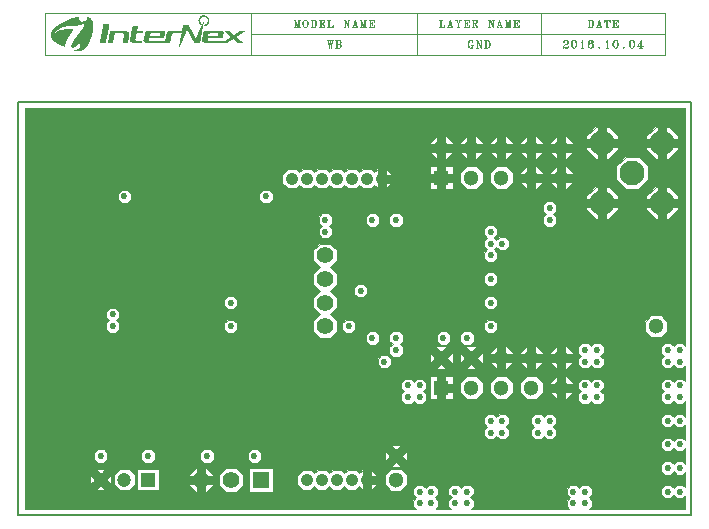
<source format=gbr>
%MOMM*%
%FSLAX33Y33*%
%ADD10C,0.203200*%
%ADD14C,0.070000*%
%ADD17C,1.300000*%
%ADD71R,1.300000X1.300000*%
%ADD25C,1.400000*%
%ADD73R,1.400000X1.400000*%
%ADD135C,0.750000*%
%ADD140C,1.200000*%
%ADD141R,1.200000X1.200000*%
%ADD142C,1.050000*%
%ADD143C,2.100000*%
%ADD144C,0.100000*%
%ADD191C,0.530000*%
G90*G71*G01*D02*G54D10*X000000Y000000D02*X057000Y000000D01*X057000Y035000D01*
X000000Y035000D01*X000000Y000000D01*D02*G54D14*X019750Y042500D02*
X002250Y042500D01*X002250Y039000D01*X019750Y039000D01*X019750Y040750D02*
X054750Y040750D01*X026232Y040214D02*X026314Y039578D01*X026254Y040214D02*
X026314Y039727D01*X026314Y039578D01*X026273Y040214D02*X026336Y039727D01*
X026400Y040214D02*X026336Y039727D01*X026314Y039578D01*X026400Y040214D02*
X026482Y039578D01*X026418Y040214D02*X026482Y039727D01*X026482Y039578D01*
X026441Y040214D02*X026500Y039727D01*X026564Y040193D02*X026500Y039727D01*
X026482Y039578D01*X026173Y040214D02*X026336Y040214D01*X026400Y040214D02*
X026441Y040214D01*X026500Y040214D02*X026628Y040214D01*X026191Y040214D02*
X026254Y040193D01*X026213Y040214D02*X026254Y040161D01*X026295Y040214D02*
X026273Y040161D01*X026314Y040214D02*X026273Y040193D01*X026523Y040214D02*
X026564Y040193D01*X026605Y040214D02*X026564Y040193D01*X026950Y040214D02*
X026950Y039578D01*X026977Y040193D02*X026977Y039610D01*X027004Y040214D02*
X027004Y039578D01*X026873Y040214D02*X027191Y040214D01*X027273Y040193D01*
X027296Y040161D01*X027327Y040098D01*X027327Y040034D01*X027296Y039981D01*
X027273Y039949D01*X027191Y039917D01*X027273Y040161D02*X027296Y040098D01*
X027296Y040034D01*X027273Y039981D01*X027191Y040214D02*X027246Y040193D01*
X027273Y040130D01*X027273Y040002D01*X027246Y039949D01*X027191Y039917D01*
X027004Y039917D02*X027191Y039917D01*X027273Y039886D01*X027296Y039854D01*
X027327Y039790D01*X027327Y039705D01*X027296Y039642D01*X027273Y039610D01*
X027191Y039578D01*X026873Y039578D01*X027273Y039854D02*X027296Y039790D01*
X027296Y039705D01*X027273Y039642D01*X027191Y039917D02*X027246Y039886D01*
X027273Y039822D01*X027273Y039673D01*X027246Y039610D01*X027191Y039578D01*
X026895Y040214D02*X026950Y040193D01*X026923Y040214D02*X026950Y040161D01*
X027032Y040214D02*X027004Y040161D01*X027059Y040214D02*X027004Y040193D01*
X026950Y039610D02*X026895Y039578D01*X026950Y039642D02*X026923Y039578D01*
X027004Y039642D02*X027032Y039578D01*X027004Y039610D02*X027059Y039578D01*
X023432Y041964D02*X023432Y041360D01*X023432Y041964D02*X023577Y041328D01*
X023454Y041964D02*X023577Y041423D01*X023473Y041964D02*X023596Y041423D01*
X023723Y041964D02*X023577Y041328D01*X023723Y041964D02*X023723Y041328D01*
X023741Y041943D02*X023741Y041360D01*X023764Y041964D02*X023764Y041328D01*
X023373Y041964D02*X023473Y041964D01*X023723Y041964D02*X023828Y041964D01*
X023373Y041328D02*X023495Y041328D01*X023659Y041328D02*X023828Y041328D01*
X023391Y041964D02*X023432Y041943D01*X023782Y041964D02*X023764Y041911D01*
X023805Y041964D02*X023764Y041943D01*X023432Y041360D02*X023391Y041328D01*
X023432Y041360D02*X023473Y041328D01*X023723Y041360D02*X023682Y041328D01*
X023723Y041392D02*X023700Y041328D01*X023764Y041392D02*X023782Y041328D01*
X023764Y041360D02*X023805Y041328D01*X024268Y041964D02*X024186Y041943D01*
X024127Y041880D01*X024100Y041816D01*X024073Y041699D01*X024073Y041604D01*
X024100Y041477D01*X024127Y041423D01*X024186Y041360D01*X024268Y041328D01*
X024327Y041328D01*X024414Y041360D01*X024468Y041423D01*X024496Y041477D01*
X024528Y041604D01*X024528Y041699D01*X024496Y041816D01*X024468Y041880D01*
X024414Y041943D01*X024327Y041964D01*X024268Y041964D01*X024154Y041880D02*
X024127Y041816D01*X024100Y041731D01*X024100Y041572D01*X024127Y041477D01*
X024154Y041423D01*X024441Y041423D02*X024468Y041477D01*X024496Y041572D01*
X024496Y041731D01*X024468Y041816D01*X024441Y041880D01*X024268Y041964D02*
X024214Y041943D01*X024154Y041848D01*X024127Y041731D01*X024127Y041572D01*
X024154Y041455D01*X024214Y041360D01*X024268Y041328D01*X024327Y041328D02*
X024382Y041360D01*X024441Y041455D01*X024468Y041572D01*X024468Y041731D01*
X024441Y041848D01*X024382Y041943D01*X024327Y041964D01*X024850Y041964D02*
X024850Y041328D01*X024877Y041943D02*X024877Y041360D01*X024904Y041964D02*
X024904Y041328D01*X024773Y041964D02*X025036Y041964D01*X025118Y041943D01*
X025173Y041880D01*X025200Y041816D01*X025228Y041731D01*X025228Y041572D01*
X025200Y041477D01*X025173Y041423D01*X025118Y041360D01*X025036Y041328D01*
X024773Y041328D01*X025146Y041880D02*X025173Y041816D01*X025200Y041731D01*
X025200Y041572D01*X025173Y041477D01*X025146Y041423D01*X025036Y041964D02*
X025091Y041943D01*X025146Y041848D01*X025173Y041731D01*X025173Y041572D01*
X025146Y041455D01*X025091Y041360D01*X025036Y041328D01*X024795Y041964D02*
X024850Y041943D01*X024823Y041964D02*X024850Y041911D01*X024932Y041964D02*
X024904Y041911D01*X024959Y041964D02*X024904Y041943D01*X024850Y041360D02*
X024795Y041328D01*X024850Y041392D02*X024823Y041328D01*X024904Y041392D02*
X024932Y041328D01*X024904Y041360D02*X024959Y041328D01*X025554Y041964D02*
X025554Y041328D01*X025582Y041943D02*X025582Y041360D01*X025614Y041964D02*
X025614Y041328D01*X025473Y041964D02*X025928Y041964D01*X025928Y041784D01*
X025614Y041667D02*X025782Y041667D01*X025782Y041784D02*X025782Y041540D01*
X025473Y041328D02*X025928Y041328D01*X025928Y041508D01*X025500Y041964D02*
X025554Y041943D01*X025527Y041964D02*X025554Y041911D01*X025641Y041964D02*
X025614Y041911D01*X025668Y041964D02*X025614Y041943D01*X025782Y041964D02*
X025928Y041943D01*X025841Y041964D02*X025928Y041911D01*X025868Y041964D02*
X025928Y041880D01*X025896Y041964D02*X025928Y041784D01*X025782Y041784D02*
X025755Y041667D01*X025782Y041540D01*X025782Y041731D02*X025727Y041667D01*
X025782Y041604D01*X025782Y041699D02*X025668Y041667D01*X025782Y041636D01*
X025554Y041360D02*X025500Y041328D01*X025554Y041392D02*X025527Y041328D01*
X025614Y041392D02*X025641Y041328D01*X025614Y041360D02*X025668Y041328D01*
X025782Y041328D02*X025928Y041360D01*X025841Y041328D02*X025928Y041392D01*
X025868Y041328D02*X025928Y041423D01*X025896Y041328D02*X025928Y041508D01*
X026264Y041964D02*X026264Y041328D01*X026291Y041943D02*X026291Y041360D01*
X026323Y041964D02*X026323Y041328D01*X026173Y041964D02*X026414Y041964D01*
X026173Y041328D02*X026628Y041328D01*X026628Y041508D01*X026200Y041964D02*
X026264Y041943D01*X026232Y041964D02*X026264Y041911D01*X026355Y041964D02*
X026323Y041911D01*X026382Y041964D02*X026323Y041943D01*X026264Y041360D02*
X026200Y041328D01*X026264Y041392D02*X026232Y041328D01*X026323Y041392D02*
X026355Y041328D01*X026323Y041360D02*X026382Y041328D01*X026473Y041328D02*
X026628Y041360D01*X026532Y041328D02*X026628Y041392D01*X026564Y041328D02*
X026628Y041423D01*X026596Y041328D02*X026628Y041508D01*X027636Y041964D02*
X027636Y041360D01*X027636Y041964D02*X027955Y041328D01*X027663Y041964D02*
X027932Y041423D01*X027682Y041964D02*X027955Y041423D01*X027955Y041943D02*
X027955Y041328D01*X027572Y041964D02*X027682Y041964D01*X027891Y041964D02*
X028027Y041964D01*X027572Y041328D02*X027704Y041328D01*X027591Y041964D02*
X027636Y041943D01*X027914Y041964D02*X027955Y041943D01*X028005Y041964D02*
X027955Y041943D01*X027636Y041360D02*X027591Y041328D01*X027636Y041360D02*
X027682Y041328D01*X028500Y041964D02*X028323Y041360D01*X028473Y041880D02*
X028623Y041328D01*X028500Y041880D02*X028650Y041328D01*X028500Y041964D02*
X028673Y041328D01*X028373Y041508D02*X028600Y041508D01*X028272Y041328D02*
X028423Y041328D01*X028550Y041328D02*X028727Y041328D01*X028323Y041360D02*
X028295Y041328D01*X028323Y041360D02*X028373Y041328D01*X028623Y041360D02*
X028573Y041328D01*X028623Y041392D02*X028600Y041328D01*X028650Y041392D02*
X028700Y041328D01*X029032Y041964D02*X029032Y041360D01*X029032Y041964D02*
X029177Y041328D01*X029054Y041964D02*X029177Y041423D01*X029073Y041964D02*
X029195Y041423D01*X029323Y041964D02*X029177Y041328D01*X029323Y041964D02*
X029323Y041328D01*X029341Y041943D02*X029341Y041360D01*X029364Y041964D02*
X029364Y041328D01*X028972Y041964D02*X029073Y041964D01*X029323Y041964D02*
X029427Y041964D01*X028972Y041328D02*X029095Y041328D01*X029259Y041328D02*
X029427Y041328D01*X028991Y041964D02*X029032Y041943D01*X029382Y041964D02*
X029364Y041911D01*X029405Y041964D02*X029364Y041943D01*X029032Y041360D02*
X028991Y041328D01*X029032Y041360D02*X029073Y041328D01*X029323Y041360D02*
X029282Y041328D01*X029323Y041392D02*X029300Y041328D01*X029364Y041392D02*
X029382Y041328D01*X029364Y041360D02*X029405Y041328D01*X029754Y041964D02*
X029754Y041328D01*X029782Y041943D02*X029782Y041360D01*X029814Y041964D02*
X029814Y041328D01*X029672Y041964D02*X030127Y041964D01*X030127Y041784D01*
X029814Y041667D02*X029982Y041667D01*X029982Y041784D02*X029982Y041540D01*
X029672Y041328D02*X030127Y041328D01*X030127Y041508D01*X029700Y041964D02*
X029754Y041943D01*X029727Y041964D02*X029754Y041911D01*X029841Y041964D02*
X029814Y041911D01*X029868Y041964D02*X029814Y041943D01*X029982Y041964D02*
X030127Y041943D01*X030041Y041964D02*X030127Y041911D01*X030068Y041964D02*
X030127Y041880D01*X030096Y041964D02*X030127Y041784D01*X029982Y041784D02*
X029955Y041667D01*X029982Y041540D01*X029982Y041731D02*X029927Y041667D01*
X029982Y041604D01*X029982Y041699D02*X029868Y041667D01*X029982Y041636D01*
X029754Y041360D02*X029700Y041328D01*X029754Y041392D02*X029727Y041328D01*
X029814Y041392D02*X029841Y041328D01*X029814Y041360D02*X029868Y041328D01*
X029982Y041328D02*X030127Y041360D01*X030041Y041328D02*X030127Y041392D01*
X030068Y041328D02*X030127Y041423D01*X030096Y041328D02*X030127Y041508D01*
X035714Y041964D02*X035714Y041328D01*X035741Y041943D02*X035741Y041360D01*
X035773Y041964D02*X035773Y041328D01*X035623Y041964D02*X035864Y041964D01*
X035623Y041328D02*X036078Y041328D01*X036078Y041508D01*X035650Y041964D02*
X035714Y041943D01*X035682Y041964D02*X035714Y041911D01*X035805Y041964D02*
X035773Y041911D01*X035832Y041964D02*X035773Y041943D01*X035714Y041360D02*
X035650Y041328D01*X035714Y041392D02*X035682Y041328D01*X035773Y041392D02*
X035805Y041328D01*X035773Y041360D02*X035832Y041328D01*X035923Y041328D02*
X036078Y041360D01*X035982Y041328D02*X036078Y041392D01*X036014Y041328D02*
X036078Y041423D01*X036046Y041328D02*X036078Y041508D01*X036550Y041964D02*
X036373Y041360D01*X036523Y041880D02*X036673Y041328D01*X036550Y041880D02*
X036700Y041328D01*X036550Y041964D02*X036723Y041328D01*X036423Y041508D02*
X036650Y041508D01*X036323Y041328D02*X036473Y041328D01*X036600Y041328D02*
X036778Y041328D01*X036373Y041360D02*X036345Y041328D01*X036373Y041360D02*
X036423Y041328D01*X036673Y041360D02*X036623Y041328D01*X036673Y041392D02*
X036650Y041328D01*X036700Y041392D02*X036750Y041328D01*X037068Y041964D02*
X037223Y041636D01*X037223Y041328D01*X037091Y041964D02*X037245Y041636D01*
X037245Y041360D01*X037109Y041964D02*X037273Y041636D01*X037273Y041328D01*
X037405Y041943D02*X037273Y041636D01*X037023Y041964D02*X037182Y041964D01*
X037336Y041964D02*X037478Y041964D01*X037159Y041328D02*X037336Y041328D01*
X037045Y041964D02*X037091Y041943D01*X037159Y041964D02*X037109Y041943D01*
X037364Y041964D02*X037405Y041943D01*X037450Y041964D02*X037405Y041943D01*
X037223Y041360D02*X037182Y041328D01*X037223Y041392D02*X037200Y041328D01*
X037273Y041392D02*X037291Y041328D01*X037273Y041360D02*X037314Y041328D01*
X037804Y041964D02*X037804Y041328D01*X037832Y041943D02*X037832Y041360D01*
X037864Y041964D02*X037864Y041328D01*X037723Y041964D02*X038178Y041964D01*
X038178Y041784D01*X037864Y041667D02*X038032Y041667D01*X038032Y041784D02*
X038032Y041540D01*X037723Y041328D02*X038178Y041328D01*X038178Y041508D01*
X037750Y041964D02*X037804Y041943D01*X037777Y041964D02*X037804Y041911D01*
X037891Y041964D02*X037864Y041911D01*X037918Y041964D02*X037864Y041943D01*
X038032Y041964D02*X038178Y041943D01*X038091Y041964D02*X038178Y041911D01*
X038118Y041964D02*X038178Y041880D01*X038146Y041964D02*X038178Y041784D01*
X038032Y041784D02*X038005Y041667D01*X038032Y041540D01*X038032Y041731D02*
X037977Y041667D01*X038032Y041604D01*X038032Y041699D02*X037918Y041667D01*
X038032Y041636D01*X037804Y041360D02*X037750Y041328D01*X037804Y041392D02*
X037777Y041328D01*X037864Y041392D02*X037891Y041328D01*X037864Y041360D02*
X037918Y041328D01*X038032Y041328D02*X038178Y041360D01*X038091Y041328D02*
X038178Y041392D01*X038118Y041328D02*X038178Y041423D01*X038146Y041328D02*
X038178Y041508D01*X038495Y041964D02*X038495Y041328D01*X038523Y041943D02*
X038523Y041360D01*X038545Y041964D02*X038545Y041328D01*X038423Y041964D02*
X038723Y041964D01*X038800Y041943D01*X038823Y041911D01*X038850Y041848D01*
X038850Y041784D01*X038823Y041731D01*X038800Y041699D01*X038723Y041667D01*
X038545Y041667D01*X038800Y041911D02*X038823Y041848D01*X038823Y041784D01*
X038800Y041731D01*X038723Y041964D02*X038773Y041943D01*X038800Y041880D01*
X038800Y041752D01*X038773Y041699D01*X038723Y041667D01*X038645Y041667D02*
X038700Y041636D01*X038723Y041572D01*X038773Y041392D01*X038800Y041328D01*
X038850Y041328D01*X038878Y041392D01*X038878Y041455D01*X038773Y041455D02*
X038800Y041392D01*X038823Y041360D01*X038850Y041360D01*X038700Y041636D02*
X038723Y041604D01*X038800Y041423D01*X038823Y041392D01*X038850Y041392D01*
X038878Y041423D01*X038423Y041328D02*X038623Y041328D01*X038445Y041964D02*
X038495Y041943D01*X038473Y041964D02*X038495Y041911D01*X038573Y041964D02*
X038545Y041911D01*X038595Y041964D02*X038545Y041943D01*X038495Y041360D02*
X038445Y041328D01*X038495Y041392D02*X038473Y041328D01*X038545Y041392D02*
X038573Y041328D01*X038545Y041360D02*X038595Y041328D01*X039886Y041964D02*
X039886Y041360D01*X039886Y041964D02*X040205Y041328D01*X039913Y041964D02*
X040182Y041423D01*X039932Y041964D02*X040205Y041423D01*X040205Y041943D02*
X040205Y041328D01*X039822Y041964D02*X039932Y041964D01*X040141Y041964D02*
X040277Y041964D01*X039822Y041328D02*X039954Y041328D01*X039841Y041964D02*
X039886Y041943D01*X040164Y041964D02*X040205Y041943D01*X040255Y041964D02*
X040205Y041943D01*X039886Y041360D02*X039841Y041328D01*X039886Y041360D02*
X039932Y041328D01*X040750Y041964D02*X040573Y041360D01*X040723Y041880D02*
X040873Y041328D01*X040750Y041880D02*X040900Y041328D01*X040750Y041964D02*
X040923Y041328D01*X040623Y041508D02*X040850Y041508D01*X040522Y041328D02*
X040673Y041328D01*X040800Y041328D02*X040977Y041328D01*X040573Y041360D02*
X040545Y041328D01*X040573Y041360D02*X040623Y041328D01*X040873Y041360D02*
X040823Y041328D01*X040873Y041392D02*X040850Y041328D01*X040900Y041392D02*
X040950Y041328D01*X041282Y041964D02*X041282Y041360D01*X041282Y041964D02*
X041427Y041328D01*X041304Y041964D02*X041427Y041423D01*X041323Y041964D02*
X041445Y041423D01*X041573Y041964D02*X041427Y041328D01*X041573Y041964D02*
X041573Y041328D01*X041591Y041943D02*X041591Y041360D01*X041614Y041964D02*
X041614Y041328D01*X041222Y041964D02*X041323Y041964D01*X041573Y041964D02*
X041677Y041964D01*X041222Y041328D02*X041345Y041328D01*X041509Y041328D02*
X041677Y041328D01*X041241Y041964D02*X041282Y041943D01*X041632Y041964D02*
X041614Y041911D01*X041655Y041964D02*X041614Y041943D01*X041282Y041360D02*
X041241Y041328D01*X041282Y041360D02*X041323Y041328D01*X041573Y041360D02*
X041532Y041328D01*X041573Y041392D02*X041550Y041328D01*X041614Y041392D02*
X041632Y041328D01*X041614Y041360D02*X041655Y041328D01*X042004Y041964D02*
X042004Y041328D01*X042032Y041943D02*X042032Y041360D01*X042064Y041964D02*
X042064Y041328D01*X041922Y041964D02*X042377Y041964D01*X042377Y041784D01*
X042064Y041667D02*X042232Y041667D01*X042232Y041784D02*X042232Y041540D01*
X041922Y041328D02*X042377Y041328D01*X042377Y041508D01*X041950Y041964D02*
X042004Y041943D01*X041977Y041964D02*X042004Y041911D01*X042091Y041964D02*
X042064Y041911D01*X042118Y041964D02*X042064Y041943D01*X042232Y041964D02*
X042377Y041943D01*X042291Y041964D02*X042377Y041911D01*X042318Y041964D02*
X042377Y041880D01*X042346Y041964D02*X042377Y041784D01*X042232Y041784D02*
X042205Y041667D01*X042232Y041540D01*X042232Y041731D02*X042177Y041667D01*
X042232Y041604D01*X042232Y041699D02*X042118Y041667D01*X042232Y041636D01*
X042004Y041360D02*X041950Y041328D01*X042004Y041392D02*X041977Y041328D01*
X042064Y041392D02*X042091Y041328D01*X042064Y041360D02*X042118Y041328D01*
X042232Y041328D02*X042377Y041360D01*X042291Y041328D02*X042377Y041392D01*
X042318Y041328D02*X042377Y041423D01*X042346Y041328D02*X042377Y041508D01*
X033750Y042500D02*X033750Y039000D01*X019750Y042500D02*X054750Y042500D01*
X054750Y039000D02*X019750Y039000D01*X019750Y042500D02*X019750Y039000D01*
X054750Y042500D02*X054750Y039000D01*X044250Y042500D02*X044250Y039000D01*
X048300Y041964D02*X048300Y041328D01*X048327Y041943D02*X048327Y041360D01*
X048354Y041964D02*X048354Y041328D01*X048223Y041964D02*X048486Y041964D01*
X048568Y041943D01*X048623Y041880D01*X048650Y041816D01*X048678Y041731D01*
X048678Y041572D01*X048650Y041477D01*X048623Y041423D01*X048568Y041360D01*
X048486Y041328D01*X048223Y041328D01*X048596Y041880D02*X048623Y041816D01*
X048650Y041731D01*X048650Y041572D01*X048623Y041477D01*X048596Y041423D01*
X048486Y041964D02*X048541Y041943D01*X048596Y041848D01*X048623Y041731D01*
X048623Y041572D01*X048596Y041455D01*X048541Y041360D01*X048486Y041328D01*
X048245Y041964D02*X048300Y041943D01*X048273Y041964D02*X048300Y041911D01*
X048382Y041964D02*X048354Y041911D01*X048409Y041964D02*X048354Y041943D01*
X048300Y041360D02*X048245Y041328D01*X048300Y041392D02*X048273Y041328D01*
X048354Y041392D02*X048382Y041328D01*X048354Y041360D02*X048409Y041328D01*
X049150Y041964D02*X048973Y041360D01*X049123Y041880D02*X049273Y041328D01*
X049150Y041880D02*X049300Y041328D01*X049150Y041964D02*X049323Y041328D01*
X049023Y041508D02*X049250Y041508D01*X048923Y041328D02*X049073Y041328D01*
X049200Y041328D02*X049378Y041328D01*X048973Y041360D02*X048945Y041328D01*
X048973Y041360D02*X049023Y041328D01*X049273Y041360D02*X049223Y041328D01*
X049273Y041392D02*X049250Y041328D01*X049300Y041392D02*X049350Y041328D01*
X049623Y041964D02*X049623Y041784D01*X049818Y041964D02*X049818Y041328D01*
X049850Y041943D02*X049850Y041360D01*X049877Y041964D02*X049877Y041328D01*
X050077Y041964D02*X050077Y041784D01*X049623Y041964D02*X050077Y041964D01*
X049736Y041328D02*X049959Y041328D01*X049650Y041964D02*X049623Y041784D01*
X049677Y041964D02*X049623Y041880D01*X049704Y041964D02*X049623Y041911D01*
X049764Y041964D02*X049623Y041943D01*X049932Y041964D02*X050077Y041943D01*
X049991Y041964D02*X050077Y041911D01*X050018Y041964D02*X050077Y041880D01*
X050046Y041964D02*X050077Y041784D01*X049818Y041360D02*X049764Y041328D01*
X049818Y041392D02*X049791Y041328D01*X049877Y041392D02*X049905Y041328D01*
X049877Y041360D02*X049932Y041328D01*X050404Y041964D02*X050404Y041328D01*
X050432Y041943D02*X050432Y041360D01*X050464Y041964D02*X050464Y041328D01*
X050322Y041964D02*X050777Y041964D01*X050777Y041784D01*X050464Y041667D02*
X050632Y041667D01*X050632Y041784D02*X050632Y041540D01*X050322Y041328D02*
X050777Y041328D01*X050777Y041508D01*X050350Y041964D02*X050404Y041943D01*
X050377Y041964D02*X050404Y041911D01*X050491Y041964D02*X050464Y041911D01*
X050518Y041964D02*X050464Y041943D01*X050632Y041964D02*X050777Y041943D01*
X050691Y041964D02*X050777Y041911D01*X050718Y041964D02*X050777Y041880D01*
X050746Y041964D02*X050777Y041784D01*X050632Y041784D02*X050605Y041667D01*
X050632Y041540D01*X050632Y041731D02*X050577Y041667D01*X050632Y041604D01*
X050632Y041699D02*X050518Y041667D01*X050632Y041636D01*X050404Y041360D02*
X050350Y041328D01*X050404Y041392D02*X050377Y041328D01*X050464Y041392D02*
X050491Y041328D01*X050464Y041360D02*X050518Y041328D01*X050632Y041328D02*
X050777Y041360D01*X050691Y041328D02*X050777Y041392D01*X050718Y041328D02*
X050777Y041423D01*X050746Y041328D02*X050777Y041508D01*X046154Y040098D02*
X046154Y040066D01*X046186Y040066D01*X046186Y040098D01*X046154Y040098D01*
X046154Y040130D02*X046186Y040130D01*X046218Y040098D01*X046218Y040066D01*
X046186Y040034D01*X046154Y040034D01*X046123Y040066D01*X046123Y040098D01*
X046154Y040161D01*X046186Y040193D01*X046282Y040214D01*X046414Y040214D01*
X046509Y040193D01*X046541Y040161D01*X046578Y040098D01*X046578Y040034D01*
X046541Y039981D01*X046446Y039917D01*X046282Y039854D01*X046218Y039822D01*
X046154Y039758D01*X046123Y039673D01*X046123Y039578D01*X046509Y040161D02*
X046541Y040098D01*X046541Y040034D01*X046509Y039981D01*X046414Y040214D02*
X046477Y040193D01*X046509Y040098D01*X046509Y040034D01*X046477Y039981D01*
X046414Y039917D01*X046282Y039854D01*X046123Y039642D02*X046154Y039673D01*
X046218Y039673D01*X046377Y039642D01*X046509Y039642D01*X046578Y039673D01*
X046218Y039673D02*X046377Y039610D01*X046509Y039610D01*X046541Y039642D01*
X046218Y039673D02*X046377Y039578D01*X046509Y039578D01*X046541Y039610D01*
X046578Y039673D01*X046578Y039727D01*X047014Y040214D02*X046918Y040193D01*
X046854Y040098D01*X046823Y039949D01*X046823Y039854D01*X046854Y039705D01*
X046918Y039610D01*X047014Y039578D01*X047082Y039578D01*X047177Y039610D01*
X047241Y039705D01*X047278Y039854D01*X047278Y039949D01*X047241Y040098D01*
X047177Y040193D01*X047082Y040214D01*X047014Y040214D01*X046918Y040161D02*
X046886Y040098D01*X046854Y039981D01*X046854Y039822D01*X046886Y039705D01*
X046918Y039642D01*X047177Y039642D02*X047209Y039705D01*X047241Y039822D01*
X047241Y039981D01*X047209Y040098D01*X047177Y040161D01*X047014Y040214D02*
X046950Y040193D01*X046918Y040130D01*X046886Y039981D01*X046886Y039822D01*
X046918Y039673D01*X046950Y039610D01*X047014Y039578D01*X047082Y039578D02*
X047146Y039610D01*X047177Y039673D01*X047209Y039822D01*X047209Y039981D01*
X047177Y040130D01*X047146Y040193D01*X047082Y040214D01*X047727Y040161D02*
X047727Y039578D01*X047745Y040161D02*X047745Y039610D01*X047759Y040214D02*
X047759Y039578D01*X047759Y040214D02*X047714Y040130D01*X047686Y040098D01*
X047673Y039578D02*X047818Y039578D01*X047727Y039610D02*X047700Y039578D01*
X047727Y039642D02*X047714Y039578D01*X047759Y039642D02*X047773Y039578D01*
X047759Y039610D02*X047786Y039578D01*X048577Y040130D02*X048577Y040098D01*
X048609Y040098D01*X048609Y040130D01*X048577Y040130D01*X048609Y040161D02*
X048577Y040161D01*X048546Y040130D01*X048546Y040098D01*X048577Y040066D01*
X048609Y040066D01*X048641Y040098D01*X048641Y040130D01*X048609Y040193D01*
X048546Y040214D01*X048450Y040214D01*X048350Y040193D01*X048286Y040130D01*
X048254Y040066D01*X048223Y039949D01*X048223Y039758D01*X048254Y039673D01*
X048318Y039610D01*X048414Y039578D01*X048482Y039578D01*X048577Y039610D01*
X048641Y039673D01*X048678Y039758D01*X048678Y039790D01*X048641Y039886D01*
X048577Y039949D01*X048482Y039981D01*X048414Y039981D01*X048350Y039949D01*
X048318Y039917D01*X048286Y039854D01*X048318Y040130D02*X048286Y040066D01*
X048254Y039949D01*X048254Y039758D01*X048286Y039673D01*X048318Y039642D01*
X048609Y039673D02*X048641Y039727D01*X048641Y039822D01*X048609Y039886D01*
X048450Y040214D02*X048382Y040193D01*X048350Y040161D01*X048318Y040098D01*
X048286Y039981D01*X048286Y039758D01*X048318Y039673D01*X048350Y039610D01*
X048414Y039578D01*X048482Y039578D02*X048546Y039610D01*X048577Y039642D01*
X048609Y039727D01*X048609Y039822D01*X048577Y039917D01*X048546Y039949D01*
X048482Y039981D01*X049141Y039673D02*X049127Y039642D01*X049127Y039610D01*
X049141Y039578D01*X049155Y039578D01*X049168Y039610D01*X049168Y039642D01*
X049155Y039673D01*X049141Y039673D01*X049141Y039642D02*X049141Y039610D01*
X049155Y039610D01*X049155Y039642D01*X049141Y039642D01*X049827Y040161D02*
X049827Y039578D01*X049845Y040161D02*X049845Y039610D01*X049859Y040214D02*
X049859Y039578D01*X049859Y040214D02*X049814Y040130D01*X049786Y040098D01*
X049773Y039578D02*X049918Y039578D01*X049827Y039610D02*X049800Y039578D01*
X049827Y039642D02*X049814Y039578D01*X049859Y039642D02*X049873Y039578D01*
X049859Y039610D02*X049886Y039578D01*X050514Y040214D02*X050418Y040193D01*
X050354Y040098D01*X050322Y039949D01*X050322Y039854D01*X050354Y039705D01*
X050418Y039610D01*X050514Y039578D01*X050582Y039578D01*X050677Y039610D01*
X050741Y039705D01*X050777Y039854D01*X050777Y039949D01*X050741Y040098D01*
X050677Y040193D01*X050582Y040214D01*X050514Y040214D01*X050418Y040161D02*
X050386Y040098D01*X050354Y039981D01*X050354Y039822D01*X050386Y039705D01*
X050418Y039642D01*X050677Y039642D02*X050709Y039705D01*X050741Y039822D01*
X050741Y039981D01*X050709Y040098D01*X050677Y040161D01*X050514Y040214D02*
X050450Y040193D01*X050418Y040130D01*X050386Y039981D01*X050386Y039822D01*
X050418Y039673D01*X050450Y039610D01*X050514Y039578D01*X050582Y039578D02*
X050646Y039610D01*X050677Y039673D01*X050709Y039822D01*X050709Y039981D01*
X050677Y040130D01*X050646Y040193D01*X050582Y040214D01*X051241Y039673D02*
X051227Y039642D01*X051227Y039610D01*X051241Y039578D01*X051255Y039578D01*
X051268Y039610D01*X051268Y039642D01*X051255Y039673D01*X051241Y039673D01*
X051241Y039642D02*X051241Y039610D01*X051255Y039610D01*X051255Y039642D01*
X051241Y039642D01*X051914Y040214D02*X051818Y040193D01*X051754Y040098D01*
X051722Y039949D01*X051722Y039854D01*X051754Y039705D01*X051818Y039610D01*
X051914Y039578D01*X051982Y039578D01*X052077Y039610D01*X052141Y039705D01*
X052177Y039854D01*X052177Y039949D01*X052141Y040098D01*X052077Y040193D01*
X051982Y040214D01*X051914Y040214D01*X051818Y040161D02*X051786Y040098D01*
X051754Y039981D01*X051754Y039822D01*X051786Y039705D01*X051818Y039642D01*
X052077Y039642D02*X052109Y039705D01*X052141Y039822D01*X052141Y039981D01*
X052109Y040098D01*X052077Y040161D01*X051914Y040214D02*X051850Y040193D01*
X051818Y040130D01*X051786Y039981D01*X051786Y039822D01*X051818Y039673D01*
X051850Y039610D01*X051914Y039578D01*X051982Y039578D02*X052046Y039610D01*
X052077Y039673D01*X052109Y039822D01*X052109Y039981D01*X052077Y040130D01*
X052046Y040193D01*X051982Y040214D01*X052677Y040130D02*X052677Y039578D01*
X052705Y040161D02*X052705Y039610D01*X052732Y040214D02*X052732Y039578D01*
X052732Y040214D02*X052422Y039758D01*X052877Y039758D01*X052591Y039578D02*
X052818Y039578D01*X052677Y039610D02*X052618Y039578D01*X052677Y039642D02*
X052645Y039578D01*X052732Y039642D02*X052759Y039578D01*X052732Y039610D02*
X052791Y039578D01*X038423Y040130D02*X038450Y040214D01*X038450Y040034D01*
X038423Y040130D01*X038373Y040193D01*X038323Y040214D01*X038245Y040214D01*
X038173Y040193D01*X038123Y040130D01*X038095Y040066D01*X038073Y039981D01*
X038073Y039822D01*X038095Y039727D01*X038123Y039673D01*X038173Y039610D01*
X038245Y039578D01*X038323Y039578D01*X038373Y039610D01*X038423Y039610D01*
X038450Y039578D01*X038450Y039822D01*X038145Y040130D02*X038123Y040066D01*
X038095Y039981D01*X038095Y039822D01*X038123Y039727D01*X038145Y039673D01*
X038245Y040214D02*X038195Y040193D01*X038145Y040098D01*X038123Y039981D01*
X038123Y039822D01*X038145Y039705D01*X038195Y039610D01*X038245Y039578D01*
X038423Y039790D02*X038423Y039642D01*X038400Y039822D02*X038400Y039642D01*
X038373Y039610D01*X038323Y039822D02*X038528Y039822D01*X038350Y039822D02*
X038400Y039790D01*X038373Y039822D02*X038400Y039758D01*X038473Y039822D02*
X038450Y039758D01*X038500Y039822D02*X038450Y039790D01*X038836Y040214D02*
X038836Y039610D01*X038836Y040214D02*X039155Y039578D01*X038864Y040214D02*
X039132Y039673D01*X038882Y040214D02*X039155Y039673D01*X039155Y040193D02*
X039155Y039578D01*X038773Y040214D02*X038882Y040214D01*X039091Y040214D02*
X039228Y040214D01*X038773Y039578D02*X038904Y039578D01*X038791Y040214D02*
X038836Y040193D01*X039114Y040214D02*X039155Y040193D01*X039205Y040214D02*
X039155Y040193D01*X038836Y039610D02*X038791Y039578D01*X038836Y039610D02*
X038882Y039578D01*X039550Y040214D02*X039550Y039578D01*X039577Y040193D02*
X039577Y039610D01*X039604Y040214D02*X039604Y039578D01*X039473Y040214D02*
X039736Y040214D01*X039818Y040193D01*X039873Y040130D01*X039900Y040066D01*
X039927Y039981D01*X039927Y039822D01*X039900Y039727D01*X039873Y039673D01*
X039818Y039610D01*X039736Y039578D01*X039473Y039578D01*X039846Y040130D02*
X039873Y040066D01*X039900Y039981D01*X039900Y039822D01*X039873Y039727D01*
X039846Y039673D01*X039736Y040214D02*X039791Y040193D01*X039846Y040098D01*
X039873Y039981D01*X039873Y039822D01*X039846Y039705D01*X039791Y039610D01*
X039736Y039578D01*X039495Y040214D02*X039550Y040193D01*X039523Y040214D02*
X039550Y040161D01*X039632Y040214D02*X039604Y040161D01*X039659Y040214D02*
X039604Y040193D01*X039550Y039610D02*X039495Y039578D01*X039550Y039642D02*
X039523Y039578D01*X039604Y039642D02*X039632Y039578D01*X039604Y039610D02*
X039659Y039578D01*X000000Y000000D02*D02*G54D17*X032000Y003000D03*
X032000Y005000D03*X038380Y010800D03*X040920Y010800D03*X046000Y010800D03*
X043460Y010800D03*X038380Y013340D03*X035840Y013340D03*X040920Y013340D03*
X046000Y013340D03*X043460Y013340D03*X054000Y016000D03*X038380Y028580D03*
X040920Y028580D03*X046000Y028580D03*X043460Y028580D03*X038380Y031120D03*
X035840Y031120D03*X040920Y031120D03*X046000Y031120D03*X043460Y031120D03*D02*
G54D71*X035840Y010800D03*X035840Y028580D03*D02*G54D25*X015460Y003000D03*
X018000Y003000D03*X026000Y016000D03*X026000Y018000D03*X026000Y020000D03*
X026000Y022000D03*D02*G54D73*X020540Y003000D03*D02*G54D135*X015460Y003000D02*
X016460Y003000D01*X015460Y003000D02*X015460Y004000D01*X015460Y003000D02*
X014460Y003000D01*X015460Y003000D02*X015460Y002000D01*X035840Y028580D02*
X036790Y028580D01*X035840Y028580D02*X035840Y029530D01*X035840Y028580D02*
X034890Y028580D01*X035840Y028580D02*X035840Y027630D01*X043460Y028580D02*
X044410Y028580D01*X043460Y028580D02*X043460Y029530D01*X043460Y028580D02*
X042510Y028580D01*X043460Y028580D02*X043460Y027630D01*X046000Y028580D02*
X046950Y028580D01*X046000Y028580D02*X046000Y029530D01*X046000Y028580D02*
X045050Y028580D01*X046000Y028580D02*X046000Y027630D01*X035840Y031120D02*
X036790Y031120D01*X035840Y031120D02*X035840Y032070D01*X035840Y031120D02*
X034890Y031120D01*X035840Y031120D02*X035840Y030170D01*X038380Y031120D02*
X039330Y031120D01*X038380Y031120D02*X038380Y032070D01*X038380Y031120D02*
X037430Y031120D01*X038380Y031120D02*X038380Y030170D01*X040920Y031120D02*
X041870Y031120D01*X040920Y031120D02*X040920Y032070D01*X040920Y031120D02*
X039970Y031120D01*X040920Y031120D02*X040920Y030170D01*X043460Y031120D02*
X044410Y031120D01*X043460Y031120D02*X043460Y032070D01*X043460Y031120D02*
X042510Y031120D01*X043460Y031120D02*X043460Y030170D01*X046000Y031120D02*
X046950Y031120D01*X046000Y031120D02*X046000Y032070D01*X046000Y031120D02*
X045050Y031120D01*X046000Y031120D02*X046000Y030170D01*X007000Y003000D02*
X007636Y003636D01*X007000Y003000D02*X006364Y003636D01*X007000Y003000D02*
X006364Y002364D01*X007000Y003000D02*X007636Y002364D01*X029540Y003000D02*
X030365Y003000D01*X029540Y003000D02*X029540Y003825D01*X029540Y003000D02*
X029540Y002175D01*X030810Y028500D02*X031635Y028500D01*X030810Y028500D02*
X030810Y029325D01*X030810Y028500D02*X030810Y027675D01*X054540Y026460D02*
X055890Y026460D01*X054540Y026460D02*X054540Y027810D01*X054540Y026460D02*
X053190Y026460D01*X054540Y026460D02*X054540Y025110D01*X049460Y026460D02*
X050810Y026460D01*X049460Y026460D02*X049460Y027810D01*X049460Y026460D02*
X048110Y026460D01*X049460Y026460D02*X049460Y025110D01*X054540Y031540D02*
X055890Y031540D01*X054540Y031540D02*X054540Y032890D01*X054540Y031540D02*
X053190Y031540D01*X054540Y031540D02*X054540Y030190D01*X049460Y031540D02*
X050810Y031540D01*X049460Y031540D02*X049460Y032890D01*X049460Y031540D02*
X048110Y031540D01*X049460Y031540D02*X049460Y030190D01*X035840Y010800D02*
X036790Y010800D01*X035840Y010800D02*X035840Y011750D01*X035840Y010800D02*
X035840Y009850D01*X046000Y010800D02*X046950Y010800D01*X046000Y010800D02*
X046000Y011750D01*X046000Y010800D02*X045050Y010800D01*X046000Y010800D02*
X046000Y009850D01*X035840Y013340D02*X036512Y014012D01*X035840Y013340D02*
X035168Y014012D01*X035840Y013340D02*X035168Y012668D01*X035840Y013340D02*
X036512Y012668D01*X038380Y013340D02*X039052Y014012D01*X038380Y013340D02*
X037708Y014012D01*X038380Y013340D02*X037708Y012668D01*X038380Y013340D02*
X039052Y012668D01*X040920Y013340D02*X041870Y013340D01*X040920Y013340D02*
X040920Y014290D01*X040920Y013340D02*X039970Y013340D01*X040920Y013340D02*
X040920Y012390D01*X043460Y013340D02*X044410Y013340D01*X043460Y013340D02*
X043460Y014290D01*X043460Y013340D02*X042510Y013340D01*X043460Y013340D02*
X043460Y012390D01*X046000Y013340D02*X046950Y013340D01*X046000Y013340D02*
X046000Y014290D01*X046000Y013340D02*X045050Y013340D01*X046000Y013340D02*
X046000Y012390D01*X032000Y005000D02*X032672Y005672D01*X032000Y005000D02*
X031328Y005672D01*X032000Y005000D02*X031328Y004328D01*X032000Y005000D02*
X032672Y004328D01*D02*G54D140*X007000Y003000D03*X009000Y003000D03*D02*G54D141*
X011000Y003000D03*D02*G54D142*X025730Y003000D03*X024460Y003000D03*
X029540Y003000D03*X028270Y003000D03*X027000Y003000D03*X023190Y028500D03*
X024460Y028500D03*X025730Y028500D03*X027000Y028500D03*X028270Y028500D03*
X029540Y028500D03*X030810Y028500D03*D02*G54D143*X049460Y026460D03*
X054540Y026460D03*X052000Y029000D03*X049460Y031540D03*X054540Y031540D03*D02*
G54D144*X000550Y000550D02*X033651Y000550D01*X033651Y000550D02*X033435Y000766D01*
X033435Y000766D02*X033435Y001234D01*X033435Y001234D02*X033701Y001500D01*
X033701Y001500D02*X033435Y001766D01*X033435Y001766D02*X033435Y002234D01*
X033435Y002234D02*X033766Y002565D01*X033766Y002565D02*X034234Y002565D01*
X034234Y002565D02*X034500Y002299D01*X034500Y002299D02*X034766Y002565D01*
X034766Y002565D02*X035234Y002565D01*X035234Y002565D02*X035565Y002234D01*
X035565Y002234D02*X035565Y001766D01*X035565Y001766D02*X035299Y001500D01*
X035299Y001500D02*X035565Y001234D01*X035565Y001234D02*X035565Y000766D01*
X035565Y000766D02*X035349Y000550D01*X035349Y000550D02*X036651Y000550D01*
X036651Y000550D02*X036435Y000766D01*X036435Y000766D02*X036435Y001234D01*
X036435Y001234D02*X036701Y001500D01*X036701Y001500D02*X036435Y001766D01*
X036435Y001766D02*X036435Y002234D01*X036435Y002234D02*X036766Y002565D01*
X036766Y002565D02*X037234Y002565D01*X037234Y002565D02*X037500Y002299D01*
X037500Y002299D02*X037766Y002565D01*X037766Y002565D02*X038234Y002565D01*
X038234Y002565D02*X038565Y002234D01*X038565Y002234D02*X038565Y001766D01*
X038565Y001766D02*X038299Y001500D01*X038299Y001500D02*X038565Y001234D01*
X038565Y001234D02*X038565Y000766D01*X038565Y000766D02*X038349Y000550D01*
X038349Y000550D02*X046651Y000550D01*X046651Y000550D02*X046435Y000766D01*
X046435Y000766D02*X046435Y001234D01*X046435Y001234D02*X046701Y001500D01*
X046701Y001500D02*X046435Y001766D01*X046435Y001766D02*X046435Y002234D01*
X046435Y002234D02*X046766Y002565D01*X046766Y002565D02*X047234Y002565D01*
X047234Y002565D02*X047500Y002299D01*X047500Y002299D02*X047766Y002565D01*
X047766Y002565D02*X048234Y002565D01*X048234Y002565D02*X048565Y002234D01*
X048565Y002234D02*X048565Y001766D01*X048565Y001766D02*X048299Y001500D01*
X048299Y001500D02*X048565Y001234D01*X048565Y001234D02*X048565Y000766D01*
X048565Y000766D02*X048349Y000550D01*X048349Y000550D02*X056450Y000550D01*
X056450Y000550D02*X056450Y001651D01*X056450Y001651D02*X056234Y001435D01*
X056234Y001435D02*X055766Y001435D01*X055766Y001435D02*X055500Y001701D01*
X055500Y001701D02*X055234Y001435D01*X055234Y001435D02*X054766Y001435D01*
X054766Y001435D02*X054435Y001766D01*X054435Y001766D02*X054435Y002234D01*
X054435Y002234D02*X054766Y002565D01*X054766Y002565D02*X055234Y002565D01*
X055234Y002565D02*X055500Y002299D01*X055500Y002299D02*X055766Y002565D01*
X055766Y002565D02*X056234Y002565D01*X056234Y002565D02*X056450Y002349D01*
X056450Y002349D02*X056450Y003651D01*X056450Y003651D02*X056234Y003435D01*
X056234Y003435D02*X055766Y003435D01*X055766Y003435D02*X055500Y003701D01*
X055500Y003701D02*X055234Y003435D01*X055234Y003435D02*X054766Y003435D01*
X054766Y003435D02*X054435Y003766D01*X054435Y003766D02*X054435Y004234D01*
X054435Y004234D02*X054766Y004565D01*X054766Y004565D02*X055234Y004565D01*
X055234Y004565D02*X055500Y004299D01*X055500Y004299D02*X055766Y004565D01*
X055766Y004565D02*X056234Y004565D01*X056234Y004565D02*X056450Y004349D01*
X056450Y004349D02*X056450Y005651D01*X056450Y005651D02*X056234Y005435D01*
X056234Y005435D02*X055766Y005435D01*X055766Y005435D02*X055500Y005701D01*
X055500Y005701D02*X055234Y005435D01*X055234Y005435D02*X054766Y005435D01*
X054766Y005435D02*X054435Y005766D01*X054435Y005766D02*X054435Y006234D01*
X054435Y006234D02*X054766Y006565D01*X054766Y006565D02*X055234Y006565D01*
X055234Y006565D02*X055500Y006299D01*X055500Y006299D02*X055766Y006565D01*
X055766Y006565D02*X056234Y006565D01*X056234Y006565D02*X056450Y006349D01*
X056450Y006349D02*X056450Y007651D01*X056450Y007651D02*X056234Y007435D01*
X056234Y007435D02*X055766Y007435D01*X055766Y007435D02*X055500Y007701D01*
X055500Y007701D02*X055234Y007435D01*X055234Y007435D02*X054766Y007435D01*
X054766Y007435D02*X054435Y007766D01*X054435Y007766D02*X054435Y008234D01*
X054435Y008234D02*X054766Y008565D01*X054766Y008565D02*X055234Y008565D01*
X055234Y008565D02*X055500Y008299D01*X055500Y008299D02*X055766Y008565D01*
X055766Y008565D02*X056234Y008565D01*X056234Y008565D02*X056450Y008349D01*
X056450Y008349D02*X056450Y009651D01*X056450Y009651D02*X056234Y009435D01*
X056234Y009435D02*X055766Y009435D01*X055766Y009435D02*X055500Y009701D01*
X055500Y009701D02*X055234Y009435D01*X055234Y009435D02*X054766Y009435D01*
X054766Y009435D02*X054435Y009766D01*X054435Y009766D02*X054435Y010234D01*
X054435Y010234D02*X054701Y010500D01*X054701Y010500D02*X054435Y010766D01*
X054435Y010766D02*X054435Y011234D01*X054435Y011234D02*X054766Y011565D01*
X054766Y011565D02*X055234Y011565D01*X055234Y011565D02*X055500Y011299D01*
X055500Y011299D02*X055766Y011565D01*X055766Y011565D02*X056234Y011565D01*
X056234Y011565D02*X056450Y011349D01*X056450Y011349D02*X056450Y012651D01*
X056450Y012651D02*X056234Y012435D01*X056234Y012435D02*X055766Y012435D01*
X055766Y012435D02*X055500Y012701D01*X055500Y012701D02*X055234Y012435D01*
X055234Y012435D02*X054766Y012435D01*X054766Y012435D02*X054435Y012766D01*
X054435Y012766D02*X054435Y013234D01*X054435Y013234D02*X054701Y013500D01*
X054701Y013500D02*X054435Y013766D01*X054435Y013766D02*X054435Y014234D01*
X054435Y014234D02*X054766Y014565D01*X054766Y014565D02*X055234Y014565D01*
X055234Y014565D02*X055500Y014299D01*X055500Y014299D02*X055766Y014565D01*
X055766Y014565D02*X056234Y014565D01*X056234Y014565D02*X056450Y014349D01*
X056450Y014349D02*X056450Y034450D01*X056450Y034450D02*X000550Y034450D01*
X000550Y034450D02*X000550Y000550D01*X006766Y004435D02*X007234Y004435D01*
X007234Y004435D02*X007565Y004766D01*X007565Y004766D02*X007565Y005234D01*
X007565Y005234D02*X007234Y005565D01*X007234Y005565D02*X006766Y005565D01*
X006766Y005565D02*X006435Y005234D01*X006435Y005234D02*X006435Y004766D01*
X006435Y004766D02*X006766Y004435D01*X006627Y002100D02*X007373Y002100D01*
X007373Y002100D02*X007900Y002627D01*X007900Y002627D02*X007900Y003373D01*
X007900Y003373D02*X007373Y003900D01*X007373Y003900D02*X006627Y003900D01*
X006627Y003900D02*X006100Y003373D01*X006100Y003373D02*X006100Y002627D01*
X006100Y002627D02*X006627Y002100D01*X007766Y015435D02*X008234Y015435D01*
X008234Y015435D02*X008565Y015766D01*X008565Y015766D02*X008565Y016234D01*
X008565Y016234D02*X008299Y016500D01*X008299Y016500D02*X008565Y016766D01*
X008565Y016766D02*X008565Y017234D01*X008565Y017234D02*X008234Y017565D01*
X008234Y017565D02*X007766Y017565D01*X007766Y017565D02*X007435Y017234D01*
X007435Y017234D02*X007435Y016766D01*X007435Y016766D02*X007701Y016500D01*
X007701Y016500D02*X007435Y016234D01*X007435Y016234D02*X007435Y015766D01*
X007435Y015766D02*X007766Y015435D01*X008766Y026435D02*X009234Y026435D01*
X009234Y026435D02*X009565Y026766D01*X009565Y026766D02*X009565Y027234D01*
X009565Y027234D02*X009234Y027565D01*X009234Y027565D02*X008766Y027565D01*
X008766Y027565D02*X008435Y027234D01*X008435Y027234D02*X008435Y026766D01*
X008435Y026766D02*X008766Y026435D01*X008627Y002100D02*X009373Y002100D01*
X009373Y002100D02*X009900Y002627D01*X009900Y002627D02*X009900Y003373D01*
X009900Y003373D02*X009373Y003900D01*X009373Y003900D02*X008627Y003900D01*
X008627Y003900D02*X008100Y003373D01*X008100Y003373D02*X008100Y002627D01*
X008100Y002627D02*X008627Y002100D01*X010766Y004435D02*X011234Y004435D01*
X011234Y004435D02*X011565Y004766D01*X011565Y004766D02*X011565Y005234D01*
X011565Y005234D02*X011234Y005565D01*X011234Y005565D02*X010766Y005565D01*
X010766Y005565D02*X010435Y005234D01*X010435Y005234D02*X010435Y004766D01*
X010435Y004766D02*X010766Y004435D01*X011900Y002100D02*X011900Y003900D01*
X011900Y003900D02*X010100Y003900D01*X010100Y003900D02*X010100Y002100D01*
X010100Y002100D02*X011900Y002100D01*X015766Y004435D02*X016234Y004435D01*
X016234Y004435D02*X016565Y004766D01*X016565Y004766D02*X016565Y005234D01*
X016565Y005234D02*X016234Y005565D01*X016234Y005565D02*X015766Y005565D01*
X015766Y005565D02*X015435Y005234D01*X015435Y005234D02*X015435Y004766D01*
X015435Y004766D02*X015766Y004435D01*X015046Y002000D02*X015874Y002000D01*
X015874Y002000D02*X016460Y002586D01*X016460Y002586D02*X016460Y003414D01*
X016460Y003414D02*X015874Y004000D01*X015874Y004000D02*X015046Y004000D01*
X015046Y004000D02*X014460Y003414D01*X014460Y003414D02*X014460Y002586D01*
X014460Y002586D02*X015046Y002000D01*X017766Y017435D02*X018234Y017435D01*
X018234Y017435D02*X018565Y017766D01*X018565Y017766D02*X018565Y018234D01*
X018565Y018234D02*X018234Y018565D01*X018234Y018565D02*X017766Y018565D01*
X017766Y018565D02*X017435Y018234D01*X017435Y018234D02*X017435Y017766D01*
X017435Y017766D02*X017766Y017435D01*X017766Y015435D02*X018234Y015435D01*
X018234Y015435D02*X018565Y015766D01*X018565Y015766D02*X018565Y016234D01*
X018565Y016234D02*X018234Y016565D01*X018234Y016565D02*X017766Y016565D01*
X017766Y016565D02*X017435Y016234D01*X017435Y016234D02*X017435Y015766D01*
X017435Y015766D02*X017766Y015435D01*X017586Y002000D02*X018414Y002000D01*
X018414Y002000D02*X019000Y002586D01*X019000Y002586D02*X019000Y003414D01*
X019000Y003414D02*X018414Y004000D01*X018414Y004000D02*X017586Y004000D01*
X017586Y004000D02*X017000Y003414D01*X017000Y003414D02*X017000Y002586D01*
X017000Y002586D02*X017586Y002000D01*X019766Y004435D02*X020234Y004435D01*
X020234Y004435D02*X020565Y004766D01*X020565Y004766D02*X020565Y005234D01*
X020565Y005234D02*X020234Y005565D01*X020234Y005565D02*X019766Y005565D01*
X019766Y005565D02*X019435Y005234D01*X019435Y005234D02*X019435Y004766D01*
X019435Y004766D02*X019766Y004435D01*X020766Y026435D02*X021234Y026435D01*
X021234Y026435D02*X021565Y026766D01*X021565Y026766D02*X021565Y027234D01*
X021565Y027234D02*X021234Y027565D01*X021234Y027565D02*X020766Y027565D01*
X020766Y027565D02*X020435Y027234D01*X020435Y027234D02*X020435Y026766D01*
X020435Y026766D02*X020766Y026435D01*X021540Y002000D02*X021540Y004000D01*
X021540Y004000D02*X019540Y004000D01*X019540Y004000D02*X019540Y002000D01*
X019540Y002000D02*X021540Y002000D01*X022848Y027675D02*X023532Y027675D01*
X023532Y027675D02*X023825Y027968D01*X023825Y027968D02*X024118Y027675D01*
X024118Y027675D02*X024802Y027675D01*X024802Y027675D02*X025095Y027968D01*
X025095Y027968D02*X025388Y027675D01*X025388Y027675D02*X026072Y027675D01*
X026072Y027675D02*X026365Y027968D01*X026365Y027968D02*X026658Y027675D01*
X026658Y027675D02*X027342Y027675D01*X027342Y027675D02*X027635Y027968D01*
X027635Y027968D02*X027928Y027675D01*X027928Y027675D02*X028612Y027675D01*
X028612Y027675D02*X028905Y027968D01*X028905Y027968D02*X029198Y027675D01*
X029198Y027675D02*X029882Y027675D01*X029882Y027675D02*X030175Y027968D01*
X030175Y027968D02*X030468Y027675D01*X030468Y027675D02*X031152Y027675D01*
X031152Y027675D02*X031635Y028158D01*X031635Y028158D02*X031635Y028842D01*
X031635Y028842D02*X031152Y029325D01*X031152Y029325D02*X030468Y029325D01*
X030468Y029325D02*X030175Y029032D01*X030175Y029032D02*X029882Y029325D01*
X029882Y029325D02*X029198Y029325D01*X029198Y029325D02*X028905Y029032D01*
X028905Y029032D02*X028612Y029325D01*X028612Y029325D02*X027928Y029325D01*
X027928Y029325D02*X027635Y029032D01*X027635Y029032D02*X027342Y029325D01*
X027342Y029325D02*X026658Y029325D01*X026658Y029325D02*X026365Y029032D01*
X026365Y029032D02*X026072Y029325D01*X026072Y029325D02*X025388Y029325D01*
X025388Y029325D02*X025095Y029032D01*X025095Y029032D02*X024802Y029325D01*
X024802Y029325D02*X024118Y029325D01*X024118Y029325D02*X023825Y029032D01*
X023825Y029032D02*X023532Y029325D01*X023532Y029325D02*X022848Y029325D01*
X022848Y029325D02*X022365Y028842D01*X022365Y028842D02*X022365Y028158D01*
X022365Y028158D02*X022848Y027675D01*X025766Y023435D02*X026234Y023435D01*
X026234Y023435D02*X026565Y023766D01*X026565Y023766D02*X026565Y024234D01*
X026565Y024234D02*X026299Y024500D01*X026299Y024500D02*X026565Y024766D01*
X026565Y024766D02*X026565Y025234D01*X026565Y025234D02*X026234Y025565D01*
X026234Y025565D02*X025766Y025565D01*X025766Y025565D02*X025435Y025234D01*
X025435Y025234D02*X025435Y024766D01*X025435Y024766D02*X025701Y024500D01*
X025701Y024500D02*X025435Y024234D01*X025435Y024234D02*X025435Y023766D01*
X025435Y023766D02*X025766Y023435D01*X025586Y015000D02*X026414Y015000D01*
X026414Y015000D02*X027000Y015586D01*X027000Y015586D02*X027000Y016414D01*
X027000Y016414D02*X026414Y017000D01*X026414Y017000D02*X027000Y017586D01*
X027000Y017586D02*X027000Y018414D01*X027000Y018414D02*X026414Y019000D01*
X026414Y019000D02*X027000Y019586D01*X027000Y019586D02*X027000Y020414D01*
X027000Y020414D02*X026414Y021000D01*X026414Y021000D02*X027000Y021586D01*
X027000Y021586D02*X027000Y022414D01*X027000Y022414D02*X026414Y023000D01*
X026414Y023000D02*X025586Y023000D01*X025586Y023000D02*X025000Y022414D01*
X025000Y022414D02*X025000Y021586D01*X025000Y021586D02*X025586Y021000D01*
X025586Y021000D02*X025000Y020414D01*X025000Y020414D02*X025000Y019586D01*
X025000Y019586D02*X025586Y019000D01*X025586Y019000D02*X025000Y018414D01*
X025000Y018414D02*X025000Y017586D01*X025000Y017586D02*X025586Y017000D01*
X025586Y017000D02*X025000Y016414D01*X025000Y016414D02*X025000Y015586D01*
X025000Y015586D02*X025586Y015000D01*X027766Y015435D02*X028234Y015435D01*
X028234Y015435D02*X028565Y015766D01*X028565Y015766D02*X028565Y016234D01*
X028565Y016234D02*X028234Y016565D01*X028234Y016565D02*X027766Y016565D01*
X027766Y016565D02*X027435Y016234D01*X027435Y016234D02*X027435Y015766D01*
X027435Y015766D02*X027766Y015435D01*X028766Y018435D02*X029234Y018435D01*
X029234Y018435D02*X029565Y018766D01*X029565Y018766D02*X029565Y019234D01*
X029565Y019234D02*X029234Y019565D01*X029234Y019565D02*X028766Y019565D01*
X028766Y019565D02*X028435Y019234D01*X028435Y019234D02*X028435Y018766D01*
X028435Y018766D02*X028766Y018435D01*X029766Y024435D02*X030234Y024435D01*
X030234Y024435D02*X030565Y024766D01*X030565Y024766D02*X030565Y025234D01*
X030565Y025234D02*X030234Y025565D01*X030234Y025565D02*X029766Y025565D01*
X029766Y025565D02*X029435Y025234D01*X029435Y025234D02*X029435Y024766D01*
X029435Y024766D02*X029766Y024435D01*X029766Y014435D02*X030234Y014435D01*
X030234Y014435D02*X030565Y014766D01*X030565Y014766D02*X030565Y015234D01*
X030565Y015234D02*X030234Y015565D01*X030234Y015565D02*X029766Y015565D01*
X029766Y015565D02*X029435Y015234D01*X029435Y015234D02*X029435Y014766D01*
X029435Y014766D02*X029766Y014435D01*X024118Y002175D02*X024802Y002175D01*
X024802Y002175D02*X025095Y002468D01*X025095Y002468D02*X025388Y002175D01*
X025388Y002175D02*X026072Y002175D01*X026072Y002175D02*X026365Y002468D01*
X026365Y002468D02*X026658Y002175D01*X026658Y002175D02*X027342Y002175D01*
X027342Y002175D02*X027635Y002468D01*X027635Y002468D02*X027928Y002175D01*
X027928Y002175D02*X028612Y002175D01*X028612Y002175D02*X028905Y002468D01*
X028905Y002468D02*X029198Y002175D01*X029198Y002175D02*X029882Y002175D01*
X029882Y002175D02*X030365Y002658D01*X030365Y002658D02*X030365Y003342D01*
X030365Y003342D02*X029882Y003825D01*X029882Y003825D02*X029198Y003825D01*
X029198Y003825D02*X028905Y003532D01*X028905Y003532D02*X028612Y003825D01*
X028612Y003825D02*X027928Y003825D01*X027928Y003825D02*X027635Y003532D01*
X027635Y003532D02*X027342Y003825D01*X027342Y003825D02*X026658Y003825D01*
X026658Y003825D02*X026365Y003532D01*X026365Y003532D02*X026072Y003825D01*
X026072Y003825D02*X025388Y003825D01*X025388Y003825D02*X025095Y003532D01*
X025095Y003532D02*X024802Y003825D01*X024802Y003825D02*X024118Y003825D01*
X024118Y003825D02*X023635Y003342D01*X023635Y003342D02*X023635Y002658D01*
X023635Y002658D02*X024118Y002175D01*X030766Y012435D02*X031234Y012435D01*
X031234Y012435D02*X031565Y012766D01*X031565Y012766D02*X031565Y013234D01*
X031565Y013234D02*X031234Y013565D01*X031234Y013565D02*X030766Y013565D01*
X030766Y013565D02*X030435Y013234D01*X030435Y013234D02*X030435Y012766D01*
X030435Y012766D02*X030766Y012435D01*X031766Y024435D02*X032234Y024435D01*
X032234Y024435D02*X032565Y024766D01*X032565Y024766D02*X032565Y025234D01*
X032565Y025234D02*X032234Y025565D01*X032234Y025565D02*X031766Y025565D01*
X031766Y025565D02*X031435Y025234D01*X031435Y025234D02*X031435Y024766D01*
X031435Y024766D02*X031766Y024435D01*X031766Y013435D02*X032234Y013435D01*
X032234Y013435D02*X032565Y013766D01*X032565Y013766D02*X032565Y014234D01*
X032565Y014234D02*X032299Y014500D01*X032299Y014500D02*X032565Y014766D01*
X032565Y014766D02*X032565Y015234D01*X032565Y015234D02*X032234Y015565D01*
X032234Y015565D02*X031766Y015565D01*X031766Y015565D02*X031435Y015234D01*
X031435Y015234D02*X031435Y014766D01*X031435Y014766D02*X031701Y014500D01*
X031701Y014500D02*X031435Y014234D01*X031435Y014234D02*X031435Y013766D01*
X031435Y013766D02*X031766Y013435D01*X031607Y004050D02*X032394Y004050D01*
X032394Y004050D02*X032950Y004607D01*X032950Y004607D02*X032950Y005394D01*
X032950Y005394D02*X032394Y005950D01*X032394Y005950D02*X031607Y005950D01*
X031607Y005950D02*X031050Y005394D01*X031050Y005394D02*X031050Y004607D01*
X031050Y004607D02*X031607Y004050D01*X031607Y002050D02*X032394Y002050D01*
X032394Y002050D02*X032950Y002607D01*X032950Y002607D02*X032950Y003394D01*
X032950Y003394D02*X032394Y003950D01*X032394Y003950D02*X031607Y003950D01*
X031607Y003950D02*X031050Y003394D01*X031050Y003394D02*X031050Y002607D01*
X031050Y002607D02*X031607Y002050D01*X032766Y009435D02*X033234Y009435D01*
X033234Y009435D02*X033500Y009701D01*X033500Y009701D02*X033766Y009435D01*
X033766Y009435D02*X034234Y009435D01*X034234Y009435D02*X034565Y009766D01*
X034565Y009766D02*X034565Y010234D01*X034565Y010234D02*X034299Y010500D01*
X034299Y010500D02*X034565Y010766D01*X034565Y010766D02*X034565Y011234D01*
X034565Y011234D02*X034234Y011565D01*X034234Y011565D02*X033766Y011565D01*
X033766Y011565D02*X033500Y011299D01*X033500Y011299D02*X033234Y011565D01*
X033234Y011565D02*X032766Y011565D01*X032766Y011565D02*X032435Y011234D01*
X032435Y011234D02*X032435Y010766D01*X032435Y010766D02*X032701Y010500D01*
X032701Y010500D02*X032435Y010234D01*X032435Y010234D02*X032435Y009766D01*
X032435Y009766D02*X032766Y009435D01*X035447Y030170D02*X036234Y030170D01*
X036234Y030170D02*X036790Y030727D01*X036790Y030727D02*X036790Y031514D01*
X036790Y031514D02*X036234Y032070D01*X036234Y032070D02*X035447Y032070D01*
X035447Y032070D02*X034890Y031514D01*X034890Y031514D02*X034890Y030727D01*
X034890Y030727D02*X035447Y030170D01*X036790Y027630D02*X036790Y029530D01*
X036790Y029530D02*X034890Y029530D01*X034890Y029530D02*X034890Y027630D01*
X034890Y027630D02*X036790Y027630D01*X035766Y014435D02*X036234Y014435D01*
X036234Y014435D02*X036565Y014766D01*X036565Y014766D02*X036565Y015234D01*
X036565Y015234D02*X036234Y015565D01*X036234Y015565D02*X035766Y015565D01*
X035766Y015565D02*X035435Y015234D01*X035435Y015234D02*X035435Y014766D01*
X035435Y014766D02*X035766Y014435D01*X035447Y012390D02*X036234Y012390D01*
X036234Y012390D02*X036790Y012947D01*X036790Y012947D02*X036790Y013734D01*
X036790Y013734D02*X036234Y014290D01*X036234Y014290D02*X035447Y014290D01*
X035447Y014290D02*X034890Y013734D01*X034890Y013734D02*X034890Y012947D01*
X034890Y012947D02*X035447Y012390D01*X036790Y009850D02*X036790Y011750D01*
X036790Y011750D02*X034890Y011750D01*X034890Y011750D02*X034890Y009850D01*
X034890Y009850D02*X036790Y009850D01*X037987Y030170D02*X038774Y030170D01*
X038774Y030170D02*X039330Y030727D01*X039330Y030727D02*X039330Y031514D01*
X039330Y031514D02*X038774Y032070D01*X038774Y032070D02*X037987Y032070D01*
X037987Y032070D02*X037430Y031514D01*X037430Y031514D02*X037430Y030727D01*
X037430Y030727D02*X037987Y030170D01*X037987Y027630D02*X038774Y027630D01*
X038774Y027630D02*X039330Y028187D01*X039330Y028187D02*X039330Y028974D01*
X039330Y028974D02*X038774Y029530D01*X038774Y029530D02*X037987Y029530D01*
X037987Y029530D02*X037430Y028974D01*X037430Y028974D02*X037430Y028187D01*
X037430Y028187D02*X037987Y027630D01*X037766Y014435D02*X038234Y014435D01*
X038234Y014435D02*X038565Y014766D01*X038565Y014766D02*X038565Y015234D01*
X038565Y015234D02*X038234Y015565D01*X038234Y015565D02*X037766Y015565D01*
X037766Y015565D02*X037435Y015234D01*X037435Y015234D02*X037435Y014766D01*
X037435Y014766D02*X037766Y014435D01*X037987Y012390D02*X038774Y012390D01*
X038774Y012390D02*X039330Y012947D01*X039330Y012947D02*X039330Y013734D01*
X039330Y013734D02*X038774Y014290D01*X038774Y014290D02*X037987Y014290D01*
X037987Y014290D02*X037430Y013734D01*X037430Y013734D02*X037430Y012947D01*
X037430Y012947D02*X037987Y012390D01*X037987Y009850D02*X038774Y009850D01*
X038774Y009850D02*X039330Y010407D01*X039330Y010407D02*X039330Y011194D01*
X039330Y011194D02*X038774Y011750D01*X038774Y011750D02*X037987Y011750D01*
X037987Y011750D02*X037430Y011194D01*X037430Y011194D02*X037430Y010407D01*
X037430Y010407D02*X037987Y009850D01*X040527Y030170D02*X041314Y030170D01*
X041314Y030170D02*X041870Y030727D01*X041870Y030727D02*X041870Y031514D01*
X041870Y031514D02*X041314Y032070D01*X041314Y032070D02*X040527Y032070D01*
X040527Y032070D02*X039970Y031514D01*X039970Y031514D02*X039970Y030727D01*
X039970Y030727D02*X040527Y030170D01*X040527Y027630D02*X041314Y027630D01*
X041314Y027630D02*X041870Y028187D01*X041870Y028187D02*X041870Y028974D01*
X041870Y028974D02*X041314Y029530D01*X041314Y029530D02*X040527Y029530D01*
X040527Y029530D02*X039970Y028974D01*X039970Y028974D02*X039970Y028187D01*
X039970Y028187D02*X040527Y027630D01*X039766Y021435D02*X040234Y021435D01*
X040234Y021435D02*X040565Y021766D01*X040565Y021766D02*X040565Y022234D01*
X040565Y022234D02*X040299Y022500D01*X040299Y022500D02*X040500Y022701D01*
X040500Y022701D02*X040766Y022435D01*X040766Y022435D02*X041234Y022435D01*
X041234Y022435D02*X041565Y022766D01*X041565Y022766D02*X041565Y023234D01*
X041565Y023234D02*X041234Y023565D01*X041234Y023565D02*X040766Y023565D01*
X040766Y023565D02*X040500Y023299D01*X040500Y023299D02*X040299Y023500D01*
X040299Y023500D02*X040565Y023766D01*X040565Y023766D02*X040565Y024234D01*
X040565Y024234D02*X040234Y024565D01*X040234Y024565D02*X039766Y024565D01*
X039766Y024565D02*X039435Y024234D01*X039435Y024234D02*X039435Y023766D01*
X039435Y023766D02*X039701Y023500D01*X039701Y023500D02*X039435Y023234D01*
X039435Y023234D02*X039435Y022766D01*X039435Y022766D02*X039701Y022500D01*
X039701Y022500D02*X039435Y022234D01*X039435Y022234D02*X039435Y021766D01*
X039435Y021766D02*X039766Y021435D01*X039766Y019435D02*X040234Y019435D01*
X040234Y019435D02*X040565Y019766D01*X040565Y019766D02*X040565Y020234D01*
X040565Y020234D02*X040234Y020565D01*X040234Y020565D02*X039766Y020565D01*
X039766Y020565D02*X039435Y020234D01*X039435Y020234D02*X039435Y019766D01*
X039435Y019766D02*X039766Y019435D01*X039766Y017435D02*X040234Y017435D01*
X040234Y017435D02*X040565Y017766D01*X040565Y017766D02*X040565Y018234D01*
X040565Y018234D02*X040234Y018565D01*X040234Y018565D02*X039766Y018565D01*
X039766Y018565D02*X039435Y018234D01*X039435Y018234D02*X039435Y017766D01*
X039435Y017766D02*X039766Y017435D01*X039766Y015435D02*X040234Y015435D01*
X040234Y015435D02*X040565Y015766D01*X040565Y015766D02*X040565Y016234D01*
X040565Y016234D02*X040234Y016565D01*X040234Y016565D02*X039766Y016565D01*
X039766Y016565D02*X039435Y016234D01*X039435Y016234D02*X039435Y015766D01*
X039435Y015766D02*X039766Y015435D01*X040527Y012390D02*X041314Y012390D01*
X041314Y012390D02*X041870Y012947D01*X041870Y012947D02*X041870Y013734D01*
X041870Y013734D02*X041314Y014290D01*X041314Y014290D02*X040527Y014290D01*
X040527Y014290D02*X039970Y013734D01*X039970Y013734D02*X039970Y012947D01*
X039970Y012947D02*X040527Y012390D01*X040527Y009850D02*X041314Y009850D01*
X041314Y009850D02*X041870Y010407D01*X041870Y010407D02*X041870Y011194D01*
X041870Y011194D02*X041314Y011750D01*X041314Y011750D02*X040527Y011750D01*
X040527Y011750D02*X039970Y011194D01*X039970Y011194D02*X039970Y010407D01*
X039970Y010407D02*X040527Y009850D01*X039766Y006435D02*X040234Y006435D01*
X040234Y006435D02*X040500Y006701D01*X040500Y006701D02*X040766Y006435D01*
X040766Y006435D02*X041234Y006435D01*X041234Y006435D02*X041565Y006766D01*
X041565Y006766D02*X041565Y007234D01*X041565Y007234D02*X041299Y007500D01*
X041299Y007500D02*X041565Y007766D01*X041565Y007766D02*X041565Y008234D01*
X041565Y008234D02*X041234Y008565D01*X041234Y008565D02*X040766Y008565D01*
X040766Y008565D02*X040500Y008299D01*X040500Y008299D02*X040234Y008565D01*
X040234Y008565D02*X039766Y008565D01*X039766Y008565D02*X039435Y008234D01*
X039435Y008234D02*X039435Y007766D01*X039435Y007766D02*X039701Y007500D01*
X039701Y007500D02*X039435Y007234D01*X039435Y007234D02*X039435Y006766D01*
X039435Y006766D02*X039766Y006435D01*X043067Y030170D02*X043854Y030170D01*
X043854Y030170D02*X044410Y030727D01*X044410Y030727D02*X044410Y031514D01*
X044410Y031514D02*X043854Y032070D01*X043854Y032070D02*X043067Y032070D01*
X043067Y032070D02*X042510Y031514D01*X042510Y031514D02*X042510Y030727D01*
X042510Y030727D02*X043067Y030170D01*X043067Y027630D02*X043854Y027630D01*
X043854Y027630D02*X044410Y028187D01*X044410Y028187D02*X044410Y028974D01*
X044410Y028974D02*X043854Y029530D01*X043854Y029530D02*X043067Y029530D01*
X043067Y029530D02*X042510Y028974D01*X042510Y028974D02*X042510Y028187D01*
X042510Y028187D02*X043067Y027630D01*X043067Y012390D02*X043854Y012390D01*
X043854Y012390D02*X044410Y012947D01*X044410Y012947D02*X044410Y013734D01*
X044410Y013734D02*X043854Y014290D01*X043854Y014290D02*X043067Y014290D01*
X043067Y014290D02*X042510Y013734D01*X042510Y013734D02*X042510Y012947D01*
X042510Y012947D02*X043067Y012390D01*X043067Y009850D02*X043854Y009850D01*
X043854Y009850D02*X044410Y010407D01*X044410Y010407D02*X044410Y011194D01*
X044410Y011194D02*X043854Y011750D01*X043854Y011750D02*X043067Y011750D01*
X043067Y011750D02*X042510Y011194D01*X042510Y011194D02*X042510Y010407D01*
X042510Y010407D02*X043067Y009850D01*X045607Y030170D02*X046394Y030170D01*
X046394Y030170D02*X046950Y030727D01*X046950Y030727D02*X046950Y031514D01*
X046950Y031514D02*X046394Y032070D01*X046394Y032070D02*X045607Y032070D01*
X045607Y032070D02*X045050Y031514D01*X045050Y031514D02*X045050Y030727D01*
X045050Y030727D02*X045607Y030170D01*X045607Y027630D02*X046394Y027630D01*
X046394Y027630D02*X046950Y028187D01*X046950Y028187D02*X046950Y028974D01*
X046950Y028974D02*X046394Y029530D01*X046394Y029530D02*X045607Y029530D01*
X045607Y029530D02*X045050Y028974D01*X045050Y028974D02*X045050Y028187D01*
X045050Y028187D02*X045607Y027630D01*X044766Y024435D02*X045234Y024435D01*
X045234Y024435D02*X045565Y024766D01*X045565Y024766D02*X045565Y025234D01*
X045565Y025234D02*X045299Y025500D01*X045299Y025500D02*X045565Y025766D01*
X045565Y025766D02*X045565Y026234D01*X045565Y026234D02*X045234Y026565D01*
X045234Y026565D02*X044766Y026565D01*X044766Y026565D02*X044435Y026234D01*
X044435Y026234D02*X044435Y025766D01*X044435Y025766D02*X044701Y025500D01*
X044701Y025500D02*X044435Y025234D01*X044435Y025234D02*X044435Y024766D01*
X044435Y024766D02*X044766Y024435D01*X045607Y012390D02*X046394Y012390D01*
X046394Y012390D02*X046950Y012947D01*X046950Y012947D02*X046950Y013734D01*
X046950Y013734D02*X046394Y014290D01*X046394Y014290D02*X045607Y014290D01*
X045607Y014290D02*X045050Y013734D01*X045050Y013734D02*X045050Y012947D01*
X045050Y012947D02*X045607Y012390D01*X045607Y009850D02*X046394Y009850D01*
X046394Y009850D02*X046950Y010407D01*X046950Y010407D02*X046950Y011194D01*
X046950Y011194D02*X046394Y011750D01*X046394Y011750D02*X045607Y011750D01*
X045607Y011750D02*X045050Y011194D01*X045050Y011194D02*X045050Y010407D01*
X045050Y010407D02*X045607Y009850D01*X043766Y006435D02*X044234Y006435D01*
X044234Y006435D02*X044500Y006701D01*X044500Y006701D02*X044766Y006435D01*
X044766Y006435D02*X045234Y006435D01*X045234Y006435D02*X045565Y006766D01*
X045565Y006766D02*X045565Y007234D01*X045565Y007234D02*X045299Y007500D01*
X045299Y007500D02*X045565Y007766D01*X045565Y007766D02*X045565Y008234D01*
X045565Y008234D02*X045234Y008565D01*X045234Y008565D02*X044766Y008565D01*
X044766Y008565D02*X044500Y008299D01*X044500Y008299D02*X044234Y008565D01*
X044234Y008565D02*X043766Y008565D01*X043766Y008565D02*X043435Y008234D01*
X043435Y008234D02*X043435Y007766D01*X043435Y007766D02*X043701Y007500D01*
X043701Y007500D02*X043435Y007234D01*X043435Y007234D02*X043435Y006766D01*
X043435Y006766D02*X043766Y006435D01*X048901Y030190D02*X050019Y030190D01*
X050019Y030190D02*X050810Y030981D01*X050810Y030981D02*X050810Y032099D01*
X050810Y032099D02*X050019Y032890D01*X050019Y032890D02*X048901Y032890D01*
X048901Y032890D02*X048110Y032099D01*X048110Y032099D02*X048110Y030981D01*
X048110Y030981D02*X048901Y030190D01*X048901Y025110D02*X050019Y025110D01*
X050019Y025110D02*X050810Y025901D01*X050810Y025901D02*X050810Y027019D01*
X050810Y027019D02*X050019Y027810D01*X050019Y027810D02*X048901Y027810D01*
X048901Y027810D02*X048110Y027019D01*X048110Y027019D02*X048110Y025901D01*
X048110Y025901D02*X048901Y025110D01*X047766Y012435D02*X048234Y012435D01*
X048234Y012435D02*X048500Y012701D01*X048500Y012701D02*X048766Y012435D01*
X048766Y012435D02*X049234Y012435D01*X049234Y012435D02*X049565Y012766D01*
X049565Y012766D02*X049565Y013234D01*X049565Y013234D02*X049299Y013500D01*
X049299Y013500D02*X049565Y013766D01*X049565Y013766D02*X049565Y014234D01*
X049565Y014234D02*X049234Y014565D01*X049234Y014565D02*X048766Y014565D01*
X048766Y014565D02*X048500Y014299D01*X048500Y014299D02*X048234Y014565D01*
X048234Y014565D02*X047766Y014565D01*X047766Y014565D02*X047435Y014234D01*
X047435Y014234D02*X047435Y013766D01*X047435Y013766D02*X047701Y013500D01*
X047701Y013500D02*X047435Y013234D01*X047435Y013234D02*X047435Y012766D01*
X047435Y012766D02*X047766Y012435D01*X047766Y009435D02*X048234Y009435D01*
X048234Y009435D02*X048500Y009701D01*X048500Y009701D02*X048766Y009435D01*
X048766Y009435D02*X049234Y009435D01*X049234Y009435D02*X049565Y009766D01*
X049565Y009766D02*X049565Y010234D01*X049565Y010234D02*X049299Y010500D01*
X049299Y010500D02*X049565Y010766D01*X049565Y010766D02*X049565Y011234D01*
X049565Y011234D02*X049234Y011565D01*X049234Y011565D02*X048766Y011565D01*
X048766Y011565D02*X048500Y011299D01*X048500Y011299D02*X048234Y011565D01*
X048234Y011565D02*X047766Y011565D01*X047766Y011565D02*X047435Y011234D01*
X047435Y011234D02*X047435Y010766D01*X047435Y010766D02*X047701Y010500D01*
X047701Y010500D02*X047435Y010234D01*X047435Y010234D02*X047435Y009766D01*
X047435Y009766D02*X047766Y009435D01*X051441Y027650D02*X052559Y027650D01*
X052559Y027650D02*X053350Y028441D01*X053350Y028441D02*X053350Y029559D01*
X053350Y029559D02*X052559Y030350D01*X052559Y030350D02*X051441Y030350D01*
X051441Y030350D02*X050650Y029559D01*X050650Y029559D02*X050650Y028441D01*
X050650Y028441D02*X051441Y027650D01*X053981Y030190D02*X055099Y030190D01*
X055099Y030190D02*X055890Y030981D01*X055890Y030981D02*X055890Y032099D01*
X055890Y032099D02*X055099Y032890D01*X055099Y032890D02*X053981Y032890D01*
X053981Y032890D02*X053190Y032099D01*X053190Y032099D02*X053190Y030981D01*
X053190Y030981D02*X053981Y030190D01*X053981Y025110D02*X055099Y025110D01*
X055099Y025110D02*X055890Y025901D01*X055890Y025901D02*X055890Y027019D01*
X055890Y027019D02*X055099Y027810D01*X055099Y027810D02*X053981Y027810D01*
X053981Y027810D02*X053190Y027019D01*X053190Y027019D02*X053190Y025901D01*
X053190Y025901D02*X053981Y025110D01*X053607Y015050D02*X054394Y015050D01*
X054394Y015050D02*X054950Y015607D01*X054950Y015607D02*X054950Y016394D01*
X054950Y016394D02*X054394Y016950D01*X054394Y016950D02*X053607Y016950D01*
X053607Y016950D02*X053050Y016394D01*X053050Y016394D02*X053050Y015607D01*
X053050Y015607D02*X053607Y015050D01*D02*G54D191*X037000Y002000D03*
X037000Y001000D03*X038000Y002000D03*X038000Y001000D03*X034000Y002000D03*
X034000Y001000D03*X035000Y002000D03*X035000Y001000D03*X045000Y002500D03*
X050000Y002000D03*X047000Y002000D03*X047000Y001000D03*X048000Y002000D03*
X048000Y001000D03*X055000Y002000D03*X056000Y002000D03*X007000Y005000D03*
X011000Y005000D03*X016000Y005000D03*X020000Y005000D03*X042000Y004500D03*
X042000Y005500D03*X043000Y005500D03*X043000Y004500D03*X050000Y004000D03*
X055000Y004000D03*X056000Y004000D03*X004000Y006000D03*X002000Y006000D03*
X004000Y008000D03*X002000Y008000D03*X024000Y008000D03*X024000Y006000D03*
X026000Y008000D03*X041000Y007000D03*X040000Y007000D03*X040000Y008000D03*
X041000Y008000D03*X045000Y008000D03*X045000Y007000D03*X044000Y007000D03*
X044000Y008000D03*X050000Y006000D03*X050000Y008000D03*X055000Y008000D03*
X056000Y008000D03*X055000Y006000D03*X056000Y006000D03*X004000Y010000D03*
X002000Y010000D03*X024000Y010000D03*X026000Y010000D03*X033000Y010000D03*
X033000Y011000D03*X031000Y011000D03*X034000Y010000D03*X034000Y011000D03*
X049000Y010000D03*X048000Y010000D03*X049000Y011000D03*X048000Y011000D03*
X055000Y010000D03*X056000Y010000D03*X055000Y011000D03*X056000Y011000D03*
X004000Y012000D03*X002000Y012000D03*X002000Y014000D03*X004000Y014000D03*
X007000Y014000D03*X011000Y014000D03*X016000Y014000D03*X020000Y014000D03*
X024000Y012000D03*X029000Y013000D03*X026000Y012000D03*X032000Y014000D03*
X031000Y013000D03*X049000Y013000D03*X048000Y013000D03*X049000Y014000D03*
X048000Y014000D03*X055000Y013000D03*X056000Y013000D03*X055000Y014000D03*
X056000Y014000D03*X004000Y015000D03*X002000Y016000D03*X008000Y017000D03*
X008000Y016000D03*X018000Y016000D03*X019000Y015000D03*X028000Y016000D03*
X032000Y015000D03*X033000Y017000D03*X032000Y017000D03*X030000Y015000D03*
X038000Y015000D03*X036000Y017000D03*X035000Y017000D03*X034000Y017000D03*
X037000Y015000D03*X036000Y015000D03*X040000Y016000D03*X041000Y017000D03*
X049000Y017000D03*X049000Y016000D03*X002000Y018000D03*X002000Y020000D03*
X008000Y020000D03*X008000Y018000D03*X010000Y020000D03*X010000Y018000D03*
X016000Y020000D03*X018000Y018000D03*X019000Y019000D03*X018000Y020000D03*
X029000Y019000D03*X033000Y018000D03*X032000Y018000D03*X033000Y020000D03*
X032000Y020000D03*X033000Y019000D03*X035000Y020000D03*X035000Y019000D03*
X035000Y018000D03*X034000Y019000D03*X034000Y018000D03*X034000Y020000D03*
X036000Y020000D03*X036000Y019000D03*X036000Y018000D03*X040000Y018000D03*
X040000Y020000D03*X046000Y019000D03*X049000Y019750D03*X050000Y019750D03*
X048000Y019000D03*X047000Y019000D03*X052000Y018750D03*X054000Y018750D03*
X052000Y019750D03*X053000Y019750D03*X054000Y019750D03*X002000Y022000D03*
X008000Y022000D03*X010000Y022000D03*X016000Y022000D03*X018000Y022000D03*
X033000Y021000D03*X032000Y021000D03*X033000Y022000D03*X036000Y021000D03*
X035000Y022000D03*X035000Y021000D03*X034000Y022000D03*X034000Y021000D03*
X036000Y022000D03*X042000Y022500D03*X040000Y022000D03*X043000Y022500D03*
X044000Y022500D03*X050000Y021750D03*X049000Y021750D03*X053000Y021750D03*
X054000Y021750D03*X051000Y021750D03*X055000Y021750D03*X002000Y024000D03*
X013000Y024000D03*X016000Y024000D03*X019000Y023000D03*X018000Y024000D03*
X020000Y024000D03*X026000Y025000D03*X026000Y024000D03*X029000Y023000D03*
X032000Y025000D03*X030000Y025000D03*X041000Y023000D03*X040000Y024000D03*
X040000Y023000D03*X045000Y025000D03*X046000Y023000D03*X048000Y023000D03*
X050000Y024000D03*X054000Y024000D03*X002000Y026000D03*X004000Y028000D03*
X002000Y028000D03*X005000Y027000D03*X013000Y027000D03*X009000Y027000D03*
X016000Y026000D03*X016000Y028000D03*X019000Y027000D03*X018000Y026000D03*
X018000Y028000D03*X020000Y026000D03*X021000Y027000D03*X022000Y026000D03*
X040000Y026000D03*X045000Y026000D03*X004000Y030000D03*X002000Y030000D03*
X014000Y030000D03*X034000Y030000D03*X016000Y032000D03*X014000Y032000D03*
X018000Y032000D03*X020000Y032000D03*X022000Y032000D03*X024000Y032000D03*
X028000Y032000D03*X026000Y032000D03*X030000Y032000D03*X032000Y032000D03*
X034000Y032000D03*
G36*X000550Y000550D02*X033651Y000550D01*X033435Y000766D01*X033435Y001234D01*
X033701Y001500D01*X033435Y001766D01*X033435Y002234D01*X033766Y002565D01*
X034234Y002565D01*X034500Y002299D01*X034766Y002565D01*X035234Y002565D01*
X035565Y002234D01*X035565Y001766D01*X035299Y001500D01*X035565Y001234D01*
X035565Y000766D01*X035349Y000550D01*X036651Y000550D01*X036435Y000766D01*
X036435Y001234D01*X036701Y001500D01*X036435Y001766D01*X036435Y002234D01*
X036766Y002565D01*X037234Y002565D01*X037500Y002299D01*X037766Y002565D01*
X038234Y002565D01*X038565Y002234D01*X038565Y001766D01*X038299Y001500D01*
X038565Y001234D01*X038565Y000766D01*X038349Y000550D01*X046651Y000550D01*
X046435Y000766D01*X046435Y001234D01*X046701Y001500D01*X046435Y001766D01*
X046435Y002234D01*X046766Y002565D01*X047234Y002565D01*X047500Y002299D01*
X047766Y002565D01*X048234Y002565D01*X048565Y002234D01*X048565Y001766D01*
X048299Y001500D01*X048565Y001234D01*X048565Y000766D01*X048349Y000550D01*
X056450Y000550D01*X056450Y001651D01*X056234Y001435D01*X055766Y001435D01*
X055500Y001701D01*X055234Y001435D01*X054766Y001435D01*X054435Y001766D01*
X054435Y002234D01*X054766Y002565D01*X055234Y002565D01*X055500Y002299D01*
X055766Y002565D01*X056234Y002565D01*X056450Y002349D01*X056450Y003651D01*
X056234Y003435D01*X055766Y003435D01*X055500Y003701D01*X055234Y003435D01*
X054766Y003435D01*X054435Y003766D01*X054435Y004234D01*X054766Y004565D01*
X055234Y004565D01*X055500Y004299D01*X055766Y004565D01*X056234Y004565D01*
X056450Y004349D01*X056450Y005651D01*X056234Y005435D01*X055766Y005435D01*
X055500Y005701D01*X055234Y005435D01*X054766Y005435D01*X054435Y005766D01*
X054435Y006234D01*X054766Y006565D01*X055234Y006565D01*X055500Y006299D01*
X055766Y006565D01*X056234Y006565D01*X056450Y006349D01*X056450Y007651D01*
X056234Y007435D01*X055766Y007435D01*X055500Y007701D01*X055234Y007435D01*
X054766Y007435D01*X054435Y007766D01*X054435Y008234D01*X054766Y008565D01*
X055234Y008565D01*X055500Y008299D01*X055766Y008565D01*X056234Y008565D01*
X056450Y008349D01*X056450Y009651D01*X056234Y009435D01*X055766Y009435D01*
X055500Y009701D01*X055234Y009435D01*X054766Y009435D01*X054435Y009766D01*
X054435Y010234D01*X054701Y010500D01*X054435Y010766D01*X054435Y011234D01*
X054766Y011565D01*X055234Y011565D01*X055500Y011299D01*X055766Y011565D01*
X056234Y011565D01*X056450Y011349D01*X056450Y012651D01*X056234Y012435D01*
X055766Y012435D01*X055500Y012701D01*X055234Y012435D01*X054766Y012435D01*
X054435Y012766D01*X054435Y013234D01*X054701Y013500D01*X054435Y013766D01*
X054435Y014234D01*X054766Y014565D01*X055234Y014565D01*X055500Y014299D01*
X055766Y014565D01*X056234Y014565D01*X056450Y014349D01*X056450Y034450D01*
X055099Y034450D01*X055099Y032890D01*X055890Y032099D01*X055890Y030981D01*
X055099Y030190D01*X055099Y027810D01*X055890Y027019D01*X055890Y025901D01*
X055099Y025110D01*X054394Y025110D01*X054394Y016950D01*X054950Y016394D01*
X054950Y015607D01*X054394Y015050D01*X053607Y015050D01*X053050Y015607D01*
X053050Y016394D01*X053607Y016950D01*X054394Y016950D01*X054394Y025110D01*
X053981Y025110D01*X053190Y025901D01*X053190Y027019D01*X053981Y027810D01*
X055099Y027810D01*X055099Y030190D01*X053981Y030190D01*X053190Y030981D01*
X053190Y032099D01*X053981Y032890D01*X055099Y032890D01*X055099Y034450D01*
X052559Y034450D01*X052559Y030350D01*X053350Y029559D01*X053350Y028441D01*
X052559Y027650D01*X051441Y027650D01*X050650Y028441D01*X050650Y029559D01*
X051441Y030350D01*X052559Y030350D01*X052559Y034450D01*X050019Y034450D01*
X050019Y032890D01*X050810Y032099D01*X050810Y030981D01*X050019Y030190D01*
X050019Y027810D01*X050810Y027019D01*X050810Y025901D01*X050019Y025110D01*
X049234Y025110D01*X049234Y014565D01*X049565Y014234D01*X049565Y013766D01*
X049299Y013500D01*X049565Y013234D01*X049565Y012766D01*X049234Y012435D01*
X049234Y011565D01*X049565Y011234D01*X049565Y010766D01*X049299Y010500D01*
X049565Y010234D01*X049565Y009766D01*X049234Y009435D01*X048766Y009435D01*
X048500Y009701D01*X048234Y009435D01*X047766Y009435D01*X047435Y009766D01*
X047435Y010234D01*X047701Y010500D01*X047435Y010766D01*X047435Y011234D01*
X047766Y011565D01*X048234Y011565D01*X048500Y011299D01*X048766Y011565D01*
X049234Y011565D01*X049234Y012435D01*X048766Y012435D01*X048500Y012701D01*
X048234Y012435D01*X047766Y012435D01*X047435Y012766D01*X047435Y013234D01*
X047701Y013500D01*X047435Y013766D01*X047435Y014234D01*X047766Y014565D01*
X048234Y014565D01*X048500Y014299D01*X048766Y014565D01*X049234Y014565D01*
X049234Y025110D01*X048901Y025110D01*X048110Y025901D01*X048110Y027019D01*
X048901Y027810D01*X050019Y027810D01*X050019Y030190D01*X048901Y030190D01*
X048110Y030981D01*X048110Y032099D01*X048901Y032890D01*X050019Y032890D01*
X050019Y034450D01*X046394Y034450D01*X046394Y032070D01*X046950Y031514D01*
X046950Y030727D01*X046394Y030170D01*X046394Y029530D01*X046950Y028974D01*
X046950Y028187D01*X046394Y027630D01*X046394Y014290D01*X046950Y013734D01*
X046950Y012947D01*X046394Y012390D01*X046394Y011750D01*X046950Y011194D01*
X046950Y010407D01*X046394Y009850D01*X045607Y009850D01*X045234Y010222D01*
X045234Y008565D01*X045565Y008234D01*X045565Y007766D01*X045299Y007500D01*
X045565Y007234D01*X045565Y006766D01*X045234Y006435D01*X044766Y006435D01*
X044500Y006701D01*X044234Y006435D01*X043766Y006435D01*X043435Y006766D01*
X043435Y007234D01*X043701Y007500D01*X043435Y007766D01*X043435Y008234D01*
X043766Y008565D01*X044234Y008565D01*X044500Y008299D01*X044766Y008565D01*
X045234Y008565D01*X045234Y010222D01*X045050Y010407D01*X045050Y011194D01*
X045607Y011750D01*X046394Y011750D01*X046394Y012390D01*X045607Y012390D01*
X045050Y012947D01*X045050Y013734D01*X045607Y014290D01*X046394Y014290D01*
X046394Y027630D01*X045607Y027630D01*X045234Y028002D01*X045234Y026565D01*
X045565Y026234D01*X045565Y025766D01*X045299Y025500D01*X045565Y025234D01*
X045565Y024766D01*X045234Y024435D01*X044766Y024435D01*X044435Y024766D01*
X044435Y025234D01*X044701Y025500D01*X044435Y025766D01*X044435Y026234D01*
X044766Y026565D01*X045234Y026565D01*X045234Y028002D01*X045050Y028187D01*
X045050Y028974D01*X045607Y029530D01*X046394Y029530D01*X046394Y030170D01*
X045607Y030170D01*X045050Y030727D01*X045050Y031514D01*X045607Y032070D01*
X046394Y032070D01*X046394Y034450D01*X043854Y034450D01*X043854Y032070D01*
X044410Y031514D01*X044410Y030727D01*X043854Y030170D01*X043854Y029530D01*
X044410Y028974D01*X044410Y028187D01*X043854Y027630D01*X043854Y014290D01*
X044410Y013734D01*X044410Y012947D01*X043854Y012390D01*X043854Y011750D01*
X044410Y011194D01*X044410Y010407D01*X043854Y009850D01*X043067Y009850D01*
X042510Y010407D01*X042510Y011194D01*X043067Y011750D01*X043854Y011750D01*
X043854Y012390D01*X043067Y012390D01*X042510Y012947D01*X042510Y013734D01*
X043067Y014290D01*X043854Y014290D01*X043854Y027630D01*X043067Y027630D01*
X042510Y028187D01*X042510Y028974D01*X043067Y029530D01*X043854Y029530D01*
X043854Y030170D01*X043067Y030170D01*X042510Y030727D01*X042510Y031514D01*
X043067Y032070D01*X043854Y032070D01*X043854Y034450D01*X041314Y034450D01*
X041314Y032070D01*X041870Y031514D01*X041870Y030727D01*X041314Y030170D01*
X041314Y029530D01*X041870Y028974D01*X041870Y028187D01*X041314Y027630D01*
X040527Y027630D01*X040234Y027922D01*X040234Y024565D01*X040565Y024234D01*
X040565Y023766D01*X040299Y023500D01*X040500Y023299D01*X040766Y023565D01*
X041234Y023565D01*X041565Y023234D01*X041565Y022766D01*X041314Y022514D01*
X041314Y014290D01*X041870Y013734D01*X041870Y012947D01*X041314Y012390D01*
X041314Y011750D01*X041870Y011194D01*X041870Y010407D01*X041314Y009850D01*
X041234Y009850D01*X041234Y008565D01*X041565Y008234D01*X041565Y007766D01*
X041299Y007500D01*X041565Y007234D01*X041565Y006766D01*X041234Y006435D01*
X040766Y006435D01*X040500Y006701D01*X040234Y006435D01*X039766Y006435D01*
X039435Y006766D01*X039435Y007234D01*X039701Y007500D01*X039435Y007766D01*
X039435Y008234D01*X039766Y008565D01*X040234Y008565D01*X040500Y008299D01*
X040766Y008565D01*X041234Y008565D01*X041234Y009850D01*X040527Y009850D01*
X039970Y010407D01*X039970Y011194D01*X040527Y011750D01*X041314Y011750D01*
X041314Y012390D01*X040527Y012390D01*X039970Y012947D01*X039970Y013734D01*
X040527Y014290D01*X041314Y014290D01*X041314Y022514D01*X041234Y022435D01*
X040766Y022435D01*X040500Y022701D01*X040299Y022500D01*X040565Y022234D01*
X040565Y021766D01*X040234Y021435D01*X040234Y020565D01*X040565Y020234D01*
X040565Y019766D01*X040234Y019435D01*X040234Y018565D01*X040565Y018234D01*
X040565Y017766D01*X040234Y017435D01*X040234Y016565D01*X040565Y016234D01*
X040565Y015766D01*X040234Y015435D01*X039766Y015435D01*X039435Y015766D01*
X039435Y016234D01*X039766Y016565D01*X040234Y016565D01*X040234Y017435D01*
X039766Y017435D01*X039435Y017766D01*X039435Y018234D01*X039766Y018565D01*
X040234Y018565D01*X040234Y019435D01*X039766Y019435D01*X039435Y019766D01*
X039435Y020234D01*X039766Y020565D01*X040234Y020565D01*X040234Y021435D01*
X039766Y021435D01*X039435Y021766D01*X039435Y022234D01*X039701Y022500D01*
X039435Y022766D01*X039435Y023234D01*X039701Y023500D01*X039435Y023766D01*
X039435Y024234D01*X039766Y024565D01*X040234Y024565D01*X040234Y027922D01*
X039970Y028187D01*X039970Y028974D01*X040527Y029530D01*X041314Y029530D01*
X041314Y030170D01*X040527Y030170D01*X039970Y030727D01*X039970Y031514D01*
X040527Y032070D01*X041314Y032070D01*X041314Y034450D01*X038774Y034450D01*
X038774Y032070D01*X039330Y031514D01*X039330Y030727D01*X038774Y030170D01*
X038774Y029530D01*X039330Y028974D01*X039330Y028187D01*X038774Y027630D01*
X038774Y014290D01*X039330Y013734D01*X039330Y012947D01*X038774Y012390D01*
X038774Y011750D01*X039330Y011194D01*X039330Y010407D01*X038774Y009850D01*
X037987Y009850D01*X037430Y010407D01*X037430Y011194D01*X037987Y011750D01*
X038774Y011750D01*X038774Y012390D01*X037987Y012390D01*X037430Y012947D01*
X037430Y013734D01*X037987Y014290D01*X038774Y014290D01*X038774Y027630D01*
X038234Y027630D01*X038234Y015565D01*X038565Y015234D01*X038565Y014766D01*
X038234Y014435D01*X037766Y014435D01*X037435Y014766D01*X037435Y015234D01*
X037766Y015565D01*X038234Y015565D01*X038234Y027630D01*X037987Y027630D01*
X037430Y028187D01*X037430Y028974D01*X037987Y029530D01*X038774Y029530D01*
X038774Y030170D01*X037987Y030170D01*X037430Y030727D01*X037430Y031514D01*
X037987Y032070D01*X038774Y032070D01*X038774Y034450D01*X036234Y034450D01*
X036234Y032070D01*X036790Y031514D01*X036790Y027630D01*X036234Y027630D01*
X036234Y015565D01*X036565Y015234D01*X036565Y014766D01*X036234Y014435D01*
X036234Y014435D01*X036234Y014290D01*X036790Y013734D01*X036790Y009850D01*
X034890Y009850D01*X034890Y011750D01*X036790Y011750D01*X036790Y012947D01*
X036234Y012390D01*X035447Y012390D01*X034890Y012947D01*X034890Y013734D01*
X035447Y014290D01*X036234Y014290D01*X036234Y014435D01*X035766Y014435D01*
X035435Y014766D01*X035435Y015234D01*X035766Y015565D01*X036234Y015565D01*
X036234Y027630D01*X034890Y027630D01*X034890Y029530D01*X036790Y029530D01*
X036790Y030727D01*X036234Y030170D01*X035447Y030170D01*X034890Y030727D01*
X034890Y031514D01*X035447Y032070D01*X036234Y032070D01*X036234Y034450D01*
X034234Y034450D01*X034234Y011565D01*X034565Y011234D01*X034565Y010766D01*
X034299Y010500D01*X034565Y010234D01*X034565Y009766D01*X034234Y009435D01*
X033766Y009435D01*X033500Y009701D01*X033234Y009435D01*X032766Y009435D01*
X032435Y009766D01*X032435Y010234D01*X032701Y010500D01*X032435Y010766D01*
X032435Y011234D01*X032766Y011565D01*X033234Y011565D01*X033500Y011299D01*
X033766Y011565D01*X034234Y011565D01*X034234Y034450D01*X032234Y034450D01*
X032234Y025565D01*X032565Y025234D01*X032565Y024766D01*X032234Y024435D01*
X032234Y015565D01*X032565Y015234D01*X032565Y014766D01*X032299Y014500D01*
X032565Y014234D01*X032565Y013766D01*X032394Y013594D01*X032394Y005950D01*
X032950Y005394D01*X032950Y004607D01*X032394Y004050D01*X032394Y003950D01*
X032950Y003394D01*X032950Y002607D01*X032394Y002050D01*X031607Y002050D01*
X031050Y002607D01*X031050Y003394D01*X031607Y003950D01*X032394Y003950D01*
X032394Y004050D01*X031607Y004050D01*X031050Y004607D01*X031050Y005394D01*
X031607Y005950D01*X032394Y005950D01*X032394Y013594D01*X032234Y013435D01*
X031766Y013435D01*X031435Y013766D01*X031435Y014234D01*X031701Y014500D01*
X031435Y014766D01*X031435Y015234D01*X031766Y015565D01*X032234Y015565D01*
X032234Y024435D01*X031766Y024435D01*X031435Y024766D01*X031435Y025234D01*
X031766Y025565D01*X032234Y025565D01*X032234Y034450D01*X031152Y034450D01*
X031152Y029325D01*X031635Y028842D01*X031635Y028158D01*X031234Y027757D01*
X031234Y013565D01*X031565Y013234D01*X031565Y012766D01*X031234Y012435D01*
X030766Y012435D01*X030435Y012766D01*X030435Y013234D01*X030766Y013565D01*
X031234Y013565D01*X031234Y027757D01*X031152Y027675D01*X030468Y027675D01*
X030234Y027909D01*X030234Y025565D01*X030565Y025234D01*X030565Y024766D01*
X030234Y024435D01*X030234Y015565D01*X030565Y015234D01*X030565Y014766D01*
X030234Y014435D01*X029882Y014435D01*X029882Y003825D01*X030365Y003342D01*
X030365Y002658D01*X029882Y002175D01*X029198Y002175D01*X028905Y002468D01*
X028612Y002175D01*X027928Y002175D01*X027635Y002468D01*X027342Y002175D01*
X026658Y002175D01*X026365Y002468D01*X026072Y002175D01*X025388Y002175D01*
X025095Y002468D01*X024802Y002175D01*X024118Y002175D01*X023635Y002658D01*
X023635Y003342D01*X024118Y003825D01*X024802Y003825D01*X025095Y003532D01*
X025388Y003825D01*X026072Y003825D01*X026365Y003532D01*X026658Y003825D01*
X027342Y003825D01*X027635Y003532D01*X027928Y003825D01*X028612Y003825D01*
X028905Y003532D01*X029198Y003825D01*X029882Y003825D01*X029882Y014435D01*
X029766Y014435D01*X029435Y014766D01*X029435Y015234D01*X029766Y015565D01*
X030234Y015565D01*X030234Y024435D01*X029766Y024435D01*X029435Y024766D01*
X029435Y025234D01*X029766Y025565D01*X030234Y025565D01*X030234Y027909D01*
X030175Y027968D01*X029882Y027675D01*X029234Y027675D01*X029234Y019565D01*
X029565Y019234D01*X029565Y018766D01*X029234Y018435D01*X028766Y018435D01*
X028435Y018766D01*X028435Y019234D01*X028766Y019565D01*X029234Y019565D01*
X029234Y027675D01*X029198Y027675D01*X028905Y027968D01*X028612Y027675D01*
X028234Y027675D01*X028234Y016565D01*X028565Y016234D01*X028565Y015766D01*
X028234Y015435D01*X027766Y015435D01*X027435Y015766D01*X027435Y016234D01*
X027766Y016565D01*X028234Y016565D01*X028234Y027675D01*X027928Y027675D01*
X027635Y027968D01*X027342Y027675D01*X026658Y027675D01*X026365Y027968D01*
X026234Y027837D01*X026234Y025565D01*X026565Y025234D01*X026565Y024766D01*
X026299Y024500D01*X026565Y024234D01*X026565Y023766D01*X026414Y023615D01*
X026414Y023000D01*X027000Y022414D01*X027000Y021586D01*X026414Y021000D01*
X027000Y020414D01*X027000Y019586D01*X026414Y019000D01*X027000Y018414D01*
X027000Y017586D01*X026414Y017000D01*X027000Y016414D01*X027000Y015586D01*
X026414Y015000D01*X025586Y015000D01*X025000Y015586D01*X025000Y016414D01*
X025586Y017000D01*X025000Y017586D01*X025000Y018414D01*X025586Y019000D01*
X025000Y019586D01*X025000Y020414D01*X025586Y021000D01*X025000Y021586D01*
X025000Y022414D01*X025586Y023000D01*X026414Y023000D01*X026414Y023615D01*
X026234Y023435D01*X025766Y023435D01*X025435Y023766D01*X025435Y024234D01*
X025701Y024500D01*X025435Y024766D01*X025435Y025234D01*X025766Y025565D01*
X026234Y025565D01*X026234Y027837D01*X026072Y027675D01*X025388Y027675D01*
X025095Y027968D01*X024802Y027675D01*X024118Y027675D01*X023825Y027968D01*
X023532Y027675D01*X022848Y027675D01*X022365Y028158D01*X022365Y028842D01*
X022848Y029325D01*X023532Y029325D01*X023825Y029032D01*X024118Y029325D01*
X024802Y029325D01*X025095Y029032D01*X025388Y029325D01*X026072Y029325D01*
X026365Y029032D01*X026658Y029325D01*X027342Y029325D01*X027635Y029032D01*
X027928Y029325D01*X028612Y029325D01*X028905Y029032D01*X029198Y029325D01*
X029882Y029325D01*X030175Y029032D01*X030468Y029325D01*X031152Y029325D01*
X031152Y034450D01*X021234Y034450D01*X021234Y027565D01*X021565Y027234D01*
X021565Y026766D01*X021540Y026741D01*X021540Y002000D01*X019540Y002000D01*
X019540Y004000D01*X021540Y004000D01*X021540Y026741D01*X021234Y026435D01*
X020766Y026435D01*X020435Y026766D01*X020435Y027234D01*X020766Y027565D01*
X021234Y027565D01*X021234Y034450D01*X020234Y034450D01*X020234Y005565D01*
X020565Y005234D01*X020565Y004766D01*X020234Y004435D01*X019766Y004435D01*
X019435Y004766D01*X019435Y005234D01*X019766Y005565D01*X020234Y005565D01*
X020234Y034450D01*X018234Y034450D01*X018234Y018565D01*X018565Y018234D01*
X018565Y017766D01*X018234Y017435D01*X018234Y016565D01*X018565Y016234D01*
X018565Y015766D01*X018414Y015615D01*X018414Y004000D01*X019000Y003414D01*
X019000Y002586D01*X018414Y002000D01*X017586Y002000D01*X017000Y002586D01*
X017000Y003414D01*X017586Y004000D01*X018414Y004000D01*X018414Y015615D01*
X018234Y015435D01*X017766Y015435D01*X017435Y015766D01*X017435Y016234D01*
X017766Y016565D01*X018234Y016565D01*X018234Y017435D01*X017766Y017435D01*
X017435Y017766D01*X017435Y018234D01*X017766Y018565D01*X018234Y018565D01*
X018234Y034450D01*X016234Y034450D01*X016234Y005565D01*X016565Y005234D01*
X016565Y004766D01*X016234Y004435D01*X015874Y004435D01*X015874Y004000D01*
X016460Y003414D01*X016460Y002586D01*X015874Y002000D01*X015046Y002000D01*
X014460Y002586D01*X014460Y003414D01*X015046Y004000D01*X015874Y004000D01*
X015874Y004435D01*X015766Y004435D01*X015435Y004766D01*X015435Y005234D01*
X015766Y005565D01*X016234Y005565D01*X016234Y034450D01*X011900Y034450D01*
X011900Y002100D01*X010100Y002100D01*X010100Y003900D01*X011900Y003900D01*
X011900Y034450D01*X011234Y034450D01*X011234Y005565D01*X011565Y005234D01*
X011565Y004766D01*X011234Y004435D01*X010766Y004435D01*X010435Y004766D01*
X010435Y005234D01*X010766Y005565D01*X011234Y005565D01*X011234Y034450D01*
X009234Y034450D01*X009234Y027565D01*X009565Y027234D01*X009565Y026766D01*
X009373Y026574D01*X009373Y003900D01*X009900Y003373D01*X009900Y002627D01*
X009373Y002100D01*X008627Y002100D01*X008100Y002627D01*X008100Y003373D01*
X008627Y003900D01*X009373Y003900D01*X009373Y026574D01*X009234Y026435D01*
X008766Y026435D01*X008435Y026766D01*X008435Y027234D01*X008766Y027565D01*
X009234Y027565D01*X009234Y034450D01*X008234Y034450D01*X008234Y017565D01*
X008565Y017234D01*X008565Y016766D01*X008299Y016500D01*X008565Y016234D01*
X008565Y015766D01*X008234Y015435D01*X007766Y015435D01*X007435Y015766D01*
X007435Y016234D01*X007701Y016500D01*X007435Y016766D01*X007435Y017234D01*
X007766Y017565D01*X008234Y017565D01*X008234Y034450D01*X007234Y034450D01*
X007234Y005565D01*X007565Y005234D01*X007565Y004766D01*X007373Y004574D01*
X007373Y003900D01*X007900Y003373D01*X007900Y002627D01*X007373Y002100D01*
X006627Y002100D01*X006100Y002627D01*X006100Y003373D01*X006627Y003900D01*
X007373Y003900D01*X007373Y004574D01*X007234Y004435D01*X006766Y004435D01*
X006435Y004766D01*X006435Y005234D01*X006766Y005565D01*X007234Y005565D01*
X007234Y034450D01*X000550Y034450D01*X000550Y000550D01*G37*G36*X015564Y040134D02*
X015564Y040220D01*X015585Y040220D01*X015585Y040350D01*X015607Y040350D01*
X015607Y040371D01*X016039Y040371D01*X016039Y040307D01*X016039Y040263D01*
X016017Y040263D01*X016017Y040220D01*X016039Y040220D01*X016039Y040199D01*
X016082Y040199D01*X016082Y040177D01*X016147Y040177D01*X016147Y040155D01*
X017962Y040155D01*X017962Y040134D01*X017918Y040134D01*X017918Y040112D01*
X017897Y040112D01*X017897Y040091D01*X017854Y040091D01*X017854Y040069D01*
X017832Y040069D01*X017832Y040047D01*X017789Y040047D01*X017789Y040026D01*
X017767Y040026D01*X017767Y040004D01*X017724Y040004D01*X017724Y039983D01*
X017702Y039983D01*X017702Y039961D01*X015931Y039961D01*X015931Y039983D01*
X015780Y039983D01*X015780Y040004D01*X015715Y040004D01*X015715Y040026D01*
X015650Y040026D01*X015650Y040047D01*X015629Y040047D01*X015629Y040069D01*
X015607Y040069D01*X015607Y040091D01*X015585Y040091D01*X015585Y040134D01*
X015564Y040134D01*G37*G36*X015607Y040371D02*X015607Y040458D01*X015629Y040458D01*
X015629Y040566D01*X015650Y040566D01*X015650Y040674D01*X015672Y040674D01*
X015672Y040782D01*X015693Y040782D01*X015693Y040868D01*X015715Y040868D01*
X015715Y040911D01*X015737Y040911D01*X015737Y040933D01*X015758Y040933D01*
X015758Y040955D01*X015801Y040955D01*X015801Y040976D01*X015888Y040976D01*
X015888Y040998D01*X017292Y040998D01*X017292Y040976D01*X017335Y040976D01*
X017335Y040955D01*X017378Y040955D01*X017378Y040911D01*X017400Y040911D01*
X017400Y040760D01*X017378Y040760D01*X017378Y040609D01*X017357Y040609D01*
X017357Y040587D01*X016925Y040587D01*X016925Y040652D01*X016946Y040652D01*
X016946Y040782D01*X016925Y040782D01*X016925Y040803D01*X016212Y040803D01*
X016212Y040782D01*X016169Y040782D01*X016169Y040760D01*X016147Y040760D01*
X016147Y040739D01*X016125Y040739D01*X016125Y040717D01*X016104Y040717D01*
X016104Y040652D01*X016082Y040652D01*X016082Y040587D01*X017357Y040587D01*
X017357Y040544D01*X017357Y040501D01*X017335Y040501D01*X017335Y040458D01*
X017314Y040458D01*X017314Y040436D01*X017292Y040436D01*X017292Y040415D01*
X017249Y040415D01*X017249Y040393D01*X017162Y040393D01*X017162Y040371D01*
X015607Y040371D01*G37*G36*X002775Y040514D02*X002797Y040514D01*X002797Y040450D01*
X002818Y040450D01*X002818Y040406D01*X002840Y040406D01*X002840Y040363D01*
X002861Y040363D01*X002861Y040320D01*X002883Y040320D01*X002883Y040298D01*
X002905Y040298D01*X002905Y040255D01*X002926Y040255D01*X002926Y040233D01*
X002948Y040233D01*X002948Y040212D01*X002969Y040212D01*X002969Y040190D01*
X002991Y040190D01*X002991Y040169D01*X003013Y040169D01*X003013Y040147D01*
X003034Y040147D01*X003034Y040126D01*X003077Y040126D01*X003077Y040104D01*
X003099Y040104D01*X003099Y040082D01*X003120Y040082D01*X003120Y040061D01*
X003164Y040061D01*X003164Y040039D01*X003186Y040039D01*X003186Y040017D01*
X003229Y040017D01*X003229Y039996D01*X003250Y039996D01*X003250Y039974D01*
X003293Y039974D01*X003293Y039953D01*X003315Y039953D01*X003315Y039931D01*
X003358Y039931D01*X003358Y039909D01*X003401Y039909D01*X003401Y039888D01*
X003445Y039888D01*X003445Y039866D01*X003488Y039866D01*X003488Y039845D01*
X003531Y039845D01*X003531Y039823D01*X003574Y039823D01*X003574Y039801D01*
X003617Y039801D01*X003617Y039780D01*X003661Y039780D01*X003661Y039758D01*
X003704Y039758D01*X003704Y039737D01*X003768Y039737D01*X003768Y039715D01*
X003790Y039715D01*X003790Y039693D01*X003855Y039693D01*X003855Y039672D01*
X003899Y039672D01*X003899Y039650D01*X003942Y039650D01*X003942Y039629D01*
X003985Y039629D01*X003985Y039607D01*X004028Y039607D01*X004028Y039650D01*
X004007Y039650D01*X004007Y039889D01*X004028Y039889D01*X004028Y039974D01*
X004049Y039974D01*X004049Y040040D01*X004071Y040040D01*X004071Y040104D01*
X004093Y040104D01*X004093Y040147D01*X004115Y040147D01*X004115Y040212D01*
X004137Y040212D01*X004137Y040255D01*X004158Y040255D01*X004158Y040276D01*
X004180Y040276D01*X004180Y040320D01*X004201Y040320D01*X004201Y040363D01*
X004223Y040363D01*X004223Y040406D01*X004244Y040406D01*X004244Y040450D01*
X004266Y040450D01*X004266Y040471D01*X004287Y040471D01*X004287Y040514D01*
X004308Y040514D01*X004308Y040536D01*X004331Y040536D01*X004331Y040579D01*
X004352Y040579D01*X004352Y040601D01*X004373Y040601D01*X004373Y040644D01*
X004396Y040644D01*X004396Y040666D01*X004417Y040666D01*X004417Y040709D01*
X004438Y040709D01*X004438Y040752D01*X004460Y040752D01*X004460Y040774D01*
X004482Y040774D01*X004482Y040817D01*X004503Y040817D01*X004503Y040838D01*
X004525Y040838D01*X004525Y040881D01*X004547Y040881D01*X004547Y040903D01*
X004568Y040903D01*X004568Y040946D01*X004589Y040946D01*X004589Y040990D01*
X004611Y040990D01*X004611Y041011D01*X004633Y041011D01*X004633Y041055D01*
X004654Y041055D01*X004654Y041098D01*X004677Y041098D01*X004677Y041141D01*
X004698Y041141D01*X004698Y041163D01*X004093Y041163D01*X004093Y041141D01*
X004071Y041141D01*X004071Y041162D01*X004050Y041162D01*X004050Y041141D01*
X003877Y041141D01*X003877Y041120D01*X003727Y041120D01*X003727Y041098D01*
X003640Y041098D01*X003640Y041077D01*X003552Y041077D01*X003552Y041055D01*
X003488Y041055D01*X003488Y041032D01*X003445Y041032D01*X003445Y041012D01*
X003379Y041012D01*X003379Y040989D01*X003337Y040989D01*X003337Y040968D01*
X003293Y040968D01*X003293Y040946D01*X003271Y040946D01*X003271Y040925D01*
X003229Y040925D01*X003229Y040903D01*X003206Y040903D01*X003206Y040882D01*
X003186Y040882D01*X003186Y040861D01*X003164Y040861D01*X003164Y040839D01*
X003143Y040839D01*X003143Y040817D01*X003121Y040817D01*X003121Y040860D01*
X003143Y040860D01*X003143Y040881D01*X003165Y040881D01*X003165Y040925D01*
X003185Y040925D01*X003185Y040946D01*X003207Y040946D01*X003207Y040968D01*
X003228Y040968D01*X003228Y040990D01*X003251Y040990D01*X003251Y041011D01*
X003272Y041011D01*X003272Y041033D01*X003294Y041033D01*X003294Y041054D01*
X003337Y041054D01*X003337Y041076D01*X003358Y041076D01*X003358Y041098D01*
X003379Y041098D01*X003379Y041119D01*X003423Y041119D01*X003423Y041140D01*
X003445Y041140D01*X003445Y041162D01*X003488Y041162D01*X003488Y041184D01*
X003531Y041184D01*X003531Y041206D01*X003574Y041206D01*X003574Y041227D01*
X003640Y041227D01*X003640Y041249D01*X003683Y041249D01*X003683Y041270D01*
X003747Y041270D01*X003747Y041293D01*X003813Y041293D01*X003813Y041314D01*
X003878Y041314D01*X003878Y041335D01*X003964Y041335D01*X003964Y041356D01*
X004050Y041356D01*X004050Y041378D01*X004157Y041378D01*X004157Y041400D01*
X004287Y041400D01*X004287Y041421D01*X004481Y041421D01*X004481Y041443D01*
X005044Y041443D01*X005044Y041465D01*X005216Y041465D01*X005216Y041486D01*
X005303Y041486D01*X005303Y041508D01*X005367Y041508D01*X005367Y041530D01*
X005433Y041530D01*X005433Y041551D01*X005562Y041551D01*X005562Y041529D01*
X005583Y041529D01*X005583Y041508D01*X005605Y041508D01*X005605Y041443D01*
X005583Y041443D01*X005583Y041378D01*X005562Y041378D01*X005562Y041335D01*
X005540Y041335D01*X005540Y041292D01*X005518Y041292D01*X005518Y041270D01*
X005497Y041270D01*X005497Y041227D01*X005475Y041227D01*X005475Y041206D01*
X005454Y041206D01*X005454Y041163D01*X005432Y041163D01*X005432Y041141D01*
X005410Y041141D01*X005410Y041098D01*X005389Y041098D01*X005389Y041076D01*
X005367Y041076D01*X005367Y041033D01*X005346Y041033D01*X005346Y041011D01*
X005324Y041011D01*X005324Y040990D01*X005303Y040990D01*X005303Y040968D01*
X005281Y040968D01*X005281Y040925D01*X005259Y040925D01*X005259Y040904D01*
X005238Y040904D01*X005238Y040882D01*X005216Y040882D01*X005216Y040839D01*
X005195Y040839D01*X005195Y040817D01*X005173Y040817D01*X005173Y040796D01*
X005151Y040796D01*X005151Y040752D01*X005130Y040752D01*X005130Y040730D01*
X005108Y040730D01*X005108Y040709D01*X005086Y040709D01*X005086Y040687D01*
X005065Y040687D01*X005065Y040644D01*X005043Y040644D01*X005043Y040622D01*
X005022Y040622D01*X005022Y040601D01*X005000Y040601D01*X005000Y040580D01*
X004979Y040580D01*X004979Y040536D01*X004957Y040536D01*X004957Y040514D01*
X004935Y040514D01*X004935Y040493D01*X004914Y040493D01*X004914Y040450D01*
X004892Y040450D01*X004892Y040428D01*X004870Y040428D01*X004870Y040407D01*
X004848Y040407D01*X004848Y040363D01*X004827Y040363D01*X004827Y040341D01*
X004806Y040341D01*X004806Y040320D01*X004784Y040320D01*X004784Y040277D01*
X004762Y040277D01*X004762Y040255D01*X004741Y040255D01*X004741Y040212D01*
X004719Y040212D01*X004719Y040190D01*X004698Y040190D01*X004698Y040147D01*
X004676Y040147D01*X004676Y040125D01*X004654Y040125D01*X004654Y040082D01*
X004633Y040082D01*X004633Y040039D01*X004611Y040039D01*X004611Y039996D01*
X004590Y039996D01*X004590Y039953D01*X004568Y039953D01*X004568Y039910D01*
X004547Y039910D01*X004547Y039867D01*X004525Y039867D01*X004525Y039802D01*
X004503Y039802D01*X004503Y039650D01*X004525Y039650D01*X004525Y039607D01*
X004547Y039607D01*X004547Y039585D01*X004741Y039585D01*X004741Y039608D01*
X004806Y039608D01*X004806Y039629D01*X004849Y039629D01*X004849Y039650D01*
X004870Y039650D01*X004870Y039673D01*X004892Y039673D01*X004892Y039694D01*
X004914Y039694D01*X004914Y039715D01*X004936Y039715D01*X004936Y039737D01*
X004957Y039737D01*X004957Y039758D01*X004979Y039758D01*X004979Y039801D01*
X005000Y039801D01*X005000Y039823D01*X005022Y039823D01*X005022Y039845D01*
X005064Y039845D01*X005064Y039866D01*X005108Y039866D01*X005108Y039888D01*
X005195Y039888D01*X005195Y039866D01*X005238Y039866D01*X005238Y039823D01*
X005259Y039823D01*X005259Y039651D01*X005238Y039651D01*X005238Y039607D01*
X005216Y039607D01*X005216Y039585D01*X005195Y039585D01*X005195Y039564D01*
X005173Y039564D01*X005173Y039543D01*X005151Y039543D01*X005151Y039520D01*
X005130Y039520D01*X005130Y039499D01*X005107Y039499D01*X005107Y039477D01*
X005065Y039477D01*X005065Y039455D01*X005043Y039455D01*X005043Y039434D01*
X005000Y039434D01*X005000Y039412D01*X004957Y039412D01*X004957Y039391D01*
X004892Y039391D01*X004892Y039369D01*X004828Y039369D01*X004828Y039348D01*
X004741Y039348D01*X004741Y039327D01*X004827Y039327D01*X004827Y039304D01*
X004978Y039304D01*X004978Y039283D01*X005173Y039283D01*X005173Y039304D01*
X005324Y039304D01*X005324Y039326D01*X005388Y039326D01*X005388Y039348D01*
X005454Y039348D01*X005454Y039370D01*X005497Y039370D01*X005497Y039391D01*
X005540Y039391D01*X005540Y039413D01*X005562Y039413D01*X005562Y039435D01*
X005605Y039435D01*X005605Y039455D01*X005626Y039455D01*X005626Y039478D01*
X005670Y039478D01*X005670Y039498D01*X005691Y039498D01*X005691Y039520D01*
X005713Y039520D01*X005713Y039542D01*X005735Y039542D01*X005735Y039564D01*
X005756Y039564D01*X005756Y039586D01*X005778Y039586D01*X005778Y039607D01*
X005800Y039607D01*X005800Y039628D01*X005821Y039628D01*X005821Y039672D01*
X005843Y039672D01*X005843Y039694D01*X005864Y039694D01*X005864Y039715D01*
X005886Y039715D01*X005886Y039758D01*X005908Y039758D01*X005908Y039801D01*
X005929Y039801D01*X005929Y039845D01*X005951Y039845D01*X005951Y039866D01*
X005972Y039866D01*X005972Y039931D01*X005994Y039931D01*X005994Y039974D01*
X006015Y039974D01*X006015Y040017D01*X006037Y040017D01*X006037Y040061D01*
X006058Y040061D01*X006058Y040126D01*X006080Y040126D01*X006080Y040169D01*
X006102Y040169D01*X006102Y040233D01*X006124Y040233D01*X006124Y040297D01*
X006146Y040297D01*X006146Y040341D01*X006167Y040341D01*X006167Y040407D01*
X006189Y040407D01*X006189Y040471D01*X006210Y040471D01*X006210Y040514D01*
X006231Y040514D01*X006231Y040579D01*X006253Y040579D01*X006253Y040644D01*
X006275Y040644D01*X006275Y040730D01*X006296Y040730D01*X006296Y040796D01*
X006317Y040796D01*X006317Y040882D01*X006340Y040882D01*X006340Y040989D01*
X006361Y040989D01*X006361Y041119D01*X006382Y041119D01*X006382Y041595D01*
X006360Y041595D01*X006360Y041681D01*X006339Y041681D01*X006339Y041767D01*
X006318Y041767D01*X006318Y041810D01*X006296Y041810D01*X006296Y041875D01*
X006275Y041875D01*X006275Y041897D01*X006253Y041897D01*X006253Y041940D01*
X006232Y041940D01*X006232Y041962D01*X006210Y041962D01*X006210Y041984D01*
X006189Y041984D01*X006189Y042027D01*X006167Y042027D01*X006167Y042049D01*
X006144Y042049D01*X006144Y042070D01*X006101Y042070D01*X006101Y042091D01*
X006079Y042091D01*X006079Y042113D01*X006059Y042113D01*X006059Y042134D01*
X006017Y042134D01*X006017Y042156D01*X005973Y042156D01*X005973Y042177D01*
X005908Y042177D01*X005908Y042200D01*X005864Y042200D01*X005864Y042092D01*
X005842Y042092D01*X005842Y042048D01*X005821Y042048D01*X005821Y042005D01*
X005799Y042005D01*X005799Y041961D01*X005778Y041961D01*X005778Y041941D01*
X005756Y041941D01*X005756Y041919D01*X005735Y041919D01*X005735Y041897D01*
X005713Y041897D01*X005713Y041875D01*X005692Y041875D01*X005692Y041854D01*
X005648Y041854D01*X005648Y041832D01*X005605Y041832D01*X005605Y041811D01*
X005519Y041811D01*X005519Y041788D01*X005367Y041788D01*X005367Y041811D01*
X005302Y041811D01*X005302Y041832D01*X005259Y041832D01*X005259Y041854D01*
X005238Y041854D01*X005238Y041876D01*X005216Y041876D01*X005216Y041897D01*
X005195Y041897D01*X005195Y041919D01*X005173Y041919D01*X005173Y041962D01*
X005152Y041962D01*X005152Y042135D01*X005173Y042135D01*X005173Y042178D01*
X005195Y042178D01*X005195Y042221D01*X005065Y042221D01*X005065Y042199D01*
X004957Y042199D01*X004957Y042178D01*X004870Y042178D01*X004870Y042156D01*
X004784Y042156D01*X004784Y042135D01*X004719Y042135D01*X004719Y042113D01*
X004633Y042113D01*X004633Y042091D01*X004568Y042091D01*X004568Y042070D01*
X004503Y042070D01*X004503Y042048D01*X004460Y042048D01*X004460Y042026D01*
X004395Y042026D01*X004395Y042005D01*X004352Y042005D01*X004352Y041983D01*
X004287Y041983D01*X004287Y041962D01*X004244Y041962D01*X004244Y041940D01*
X004201Y041940D01*X004201Y041919D01*X004158Y041919D01*X004158Y041897D01*
X004114Y041897D01*X004114Y041875D01*X004050Y041875D01*X004050Y041854D01*
X004006Y041854D01*X004006Y041832D01*X003963Y041832D01*X003963Y041811D01*
X003942Y041811D01*X003942Y041789D01*X003898Y041789D01*X003898Y041767D01*
X003855Y041767D01*X003855Y041746D01*X003812Y041746D01*X003812Y041724D01*
X003769Y041724D01*X003769Y041703D01*X003726Y041703D01*X003726Y041681D01*
X003704Y041681D01*X003704Y041659D01*X003661Y041659D01*X003661Y041638D01*
X003617Y041638D01*X003617Y041616D01*X003574Y041616D01*X003574Y041595D01*
X003553Y041595D01*X003553Y041573D01*X003509Y041573D01*X003509Y041552D01*
X003466Y041552D01*X003466Y041530D01*X003445Y041530D01*X003445Y041508D01*
X003402Y041508D01*X003402Y041486D01*X003380Y041486D01*X003380Y041465D01*
X003337Y041465D01*X003337Y041443D01*X003293Y041443D01*X003293Y041422D01*
X003272Y041422D01*X003272Y041400D01*X003229Y041400D01*X003229Y041379D01*
X003207Y041379D01*X003207Y041357D01*X003185Y041357D01*X003185Y041336D01*
X003142Y041336D01*X003142Y041314D01*X003120Y041314D01*X003120Y041292D01*
X003099Y041292D01*X003099Y041271D01*X003077Y041271D01*X003077Y041249D01*
X003056Y041249D01*X003056Y041227D01*X003034Y041227D01*X003034Y041206D01*
X003013Y041206D01*X003013Y041184D01*X002991Y041184D01*X002991Y041162D01*
X002969Y041162D01*X002969Y041141D01*X002948Y041141D01*X002948Y041098D01*
X002926Y041098D01*X002926Y041076D01*X002905Y041076D01*X002905Y041033D01*
X002883Y041033D01*X002883Y041011D01*X002861Y041011D01*X002861Y040968D01*
X002840Y040968D01*X002840Y040925D01*X002818Y040925D01*X002818Y040860D01*
X002797Y040860D01*X002797Y040774D01*X002775Y040774D01*X002775Y040514D01*G37*G36*
X006923Y039961D02*X007420Y039961D01*X007420Y040004D01*X007441Y040004D01*
X007441Y040112D01*X007463Y040112D01*X007463Y040220D01*X007484Y040220D01*
X007484Y040328D01*X007506Y040328D01*X007506Y040436D01*X007528Y040436D01*
X007528Y040566D01*X007549Y040566D01*X007549Y040674D01*X007571Y040674D01*
X007571Y040782D01*X007592Y040782D01*X007592Y040890D01*X007614Y040890D01*
X007614Y040998D01*X007636Y040998D01*X007636Y041106D01*X007657Y041106D01*
X007657Y041235D01*X007679Y041235D01*X007679Y041343D01*X007700Y041343D01*
X007700Y041451D01*X007722Y041451D01*X007722Y041560D01*X007744Y041560D01*
X007744Y041603D01*X007225Y041603D01*X007225Y041603D01*X007225Y041516D01*
X007204Y041516D01*X007204Y041408D01*X007182Y041408D01*X007182Y041300D01*
X007160Y041300D01*X007160Y041171D01*X007139Y041171D01*X007139Y041063D01*
X007117Y041063D01*X007117Y040955D01*X007096Y040955D01*X007096Y040847D01*
X007074Y040847D01*X007074Y040739D01*X007052Y040739D01*X007052Y040609D01*
X007031Y040609D01*X007031Y040501D01*X007009Y040501D01*X007009Y040393D01*
X006988Y040393D01*X006988Y040285D01*X006966Y040285D01*X006966Y040177D01*
X006944Y040177D01*X006944Y040047D01*X006923Y040047D01*X006923Y039961D01*G37*G36*
X007592Y039983D02*X007592Y040047D01*X007614Y040047D01*X007614Y040155D01*
X007636Y040155D01*X007636Y040263D01*X007657Y040263D01*X007657Y040393D01*
X007679Y040393D01*X007679Y040479D01*X007700Y040479D01*X007700Y040609D01*
X007722Y040609D01*X007722Y040717D01*X007744Y040717D01*X007744Y040825D01*
X007765Y040825D01*X007765Y040911D01*X007787Y040911D01*X007787Y040998D01*
X009040Y040998D01*X009040Y040976D01*X009169Y040976D01*X009169Y040955D01*
X009234Y040955D01*X009234Y040933D01*X009299Y040933D01*X009299Y040911D01*
X009342Y040911D01*X009342Y040890D01*X009364Y040890D01*X009364Y040868D01*
X009407Y040868D01*X009407Y040825D01*X009429Y040825D01*X009429Y040674D01*
X009407Y040674D01*X009407Y040544D01*X009385Y040544D01*X009385Y040393D01*
X009364Y040393D01*X009364Y040263D01*X009342Y040263D01*X009342Y040134D01*
X009321Y040134D01*X009321Y039983D01*X008845Y039983D01*X008845Y040026D01*
X008867Y040026D01*X008867Y040134D01*X008889Y040134D01*X008889Y040285D01*
X008910Y040285D01*X008910Y040393D01*X008932Y040393D01*X008932Y040523D01*
X008953Y040523D01*X008953Y040631D01*X008975Y040631D01*X008975Y040760D01*
X008953Y040760D01*X008953Y040782D01*X008910Y040782D01*X008910Y040803D01*
X008197Y040803D01*X008197Y040782D01*X008176Y040782D01*X008176Y040652D01*
X008154Y040652D01*X008154Y040544D01*X008132Y040544D01*X008132Y040436D01*
X008111Y040436D01*X008111Y040307D01*X008089Y040307D01*X008089Y040220D01*
X008068Y040220D01*X008068Y040091D01*X008046Y040091D01*X008046Y039983D01*
X007592Y039983D01*G37*G36*X009472Y040155D02*X009472Y040285D01*X009493Y040285D01*
X009493Y040393D01*X009515Y040393D01*X009515Y040523D01*X009537Y040523D01*
X009537Y040631D01*X009558Y040631D01*X009558Y040739D01*X009580Y040739D01*
X009580Y040868D01*X009601Y040868D01*X009601Y040976D01*X009623Y040976D01*
X009623Y041084D01*X009645Y041084D01*X009645Y041214D01*X009666Y041214D01*
X009666Y041322D01*X009688Y041322D01*X009688Y041408D01*X010163Y041408D01*
X010163Y041387D01*X010142Y041387D01*X010142Y041279D01*X010120Y041279D01*
X010120Y041192D01*X010098Y041192D01*X010098Y041084D01*X010077Y041084D01*
X010077Y040998D01*X010638Y040998D01*X010638Y040955D01*X010617Y040955D01*
X010617Y040825D01*X010595Y040825D01*X010595Y040803D01*X010034Y040803D01*
X010034Y040739D01*X010012Y040739D01*X010012Y040652D01*X009990Y040652D01*
X009990Y040544D01*X009969Y040544D01*X009969Y040436D01*X009947Y040436D01*
X009947Y040350D01*X009925Y040350D01*X009925Y040199D01*X009947Y040199D01*
X009947Y040177D01*X009990Y040177D01*X009990Y040155D01*X010530Y040155D01*
X010530Y040026D01*X010509Y040026D01*X010509Y039961D01*X009969Y039961D01*
X009969Y039983D01*X009731Y039983D01*X009731Y040004D01*X009666Y040004D01*
X009666Y040026D01*X009601Y040026D01*X009601Y040047D01*X009580Y040047D01*
X009580Y040069D01*X009537Y040069D01*X009537Y040091D01*X009515Y040091D01*
X009515Y040112D01*X009493Y040112D01*X009493Y040155D01*X009472Y040155D01*G37*G36*
X010660Y040393D02*X010660Y040479D01*X010682Y040479D01*X010682Y040587D01*
X010703Y040587D01*X010703Y040717D01*X010725Y040717D01*X010725Y040825D01*
X010746Y040825D01*X010746Y040890D01*X010768Y040890D01*X010768Y040911D01*
X010790Y040911D01*X010790Y040933D01*X010811Y040933D01*X010811Y040955D01*
X010854Y040955D01*X010854Y040976D01*X010941Y040976D01*X010941Y040998D01*
X012345Y040998D01*X012345Y040976D01*X012388Y040976D01*X012388Y040955D01*
X012410Y040955D01*X012410Y040933D01*X012431Y040933D01*X012431Y040695D01*
X012410Y040695D01*X012410Y040587D01*X011978Y040587D01*X011978Y040674D01*
X011999Y040674D01*X011999Y040782D01*X011978Y040782D01*X011978Y040803D01*
X011243Y040803D01*X011243Y040782D01*X011200Y040782D01*X011200Y040760D01*
X011178Y040760D01*X011178Y040739D01*X011157Y040739D01*X011157Y040674D01*
X011135Y040674D01*X011135Y040609D01*X011114Y040609D01*X011114Y040587D01*
X012410Y040587D01*X012410Y040544D01*X012388Y040544D01*X012388Y040479D01*
X012367Y040479D01*X012367Y040436D01*X012323Y040436D01*X012323Y040415D01*
X012302Y040415D01*X012302Y040393D01*X010660Y040393D01*G37*G36*X010617Y040112D02*
X010617Y040242D01*X010638Y040242D01*X010638Y040371D01*X010660Y040371D01*
X010660Y040393D01*X011092Y040393D01*X011092Y040307D01*X011070Y040307D01*
X011070Y040199D01*X011114Y040199D01*X011114Y040177D01*X011178Y040177D01*
X011178Y040155D01*X012907Y040155D01*X012907Y040112D01*X012885Y040112D01*
X012885Y039983D01*X012863Y039983D01*X012863Y039961D01*X011006Y039961D01*
X011006Y039983D01*X010833Y039983D01*X010833Y040004D01*X010768Y040004D01*
X010768Y040026D01*X010703Y040026D01*X010703Y040047D01*X010682Y040047D01*
X010682Y040069D01*X010660Y040069D01*X010660Y040091D01*X010638Y040091D01*
X010638Y040112D01*X010617Y040112D01*G37*G36*X012453Y040155D02*X012453Y040199D01*
X012475Y040199D01*X012475Y040307D01*X012496Y040307D01*X012496Y040415D01*
X012518Y040415D01*X012518Y040523D01*X012539Y040523D01*X012539Y040631D01*
X012561Y040631D01*X012561Y040739D01*X012583Y040739D01*X012583Y040847D01*
X012604Y040847D01*X012604Y040890D01*X012626Y040890D01*X012626Y040911D01*
X012647Y040911D01*X012647Y040933D01*X012669Y040933D01*X012669Y040955D01*
X012712Y040955D01*X012712Y040976D01*X012799Y040976D01*X012799Y040998D01*
X014268Y040998D01*X014268Y040955D01*X014246Y040955D01*X014246Y040890D01*
X014224Y040890D01*X014224Y040847D01*X014203Y040847D01*X014203Y040803D01*
X014181Y040803D01*X014181Y040760D01*X014160Y040760D01*X014160Y040695D01*
X014138Y040695D01*X014138Y040652D01*X014116Y040652D01*X014116Y040609D01*
X014095Y040609D01*X014095Y040566D01*X014073Y040566D01*X014073Y040501D01*
X014052Y040501D01*X014052Y040458D01*X014030Y040458D01*X014030Y040415D01*
X014008Y040415D01*X014008Y040371D01*X013987Y040371D01*X013987Y040328D01*
X013965Y040328D01*X013965Y040263D01*X013944Y040263D01*X013944Y040220D01*
X013922Y040220D01*X013922Y040177D01*X013900Y040177D01*X013900Y040134D01*
X013879Y040134D01*X013879Y040069D01*X013857Y040069D01*X013857Y040026D01*
X013836Y040026D01*X013836Y039983D01*X013814Y039983D01*X013814Y039939D01*
X013792Y039939D01*X013792Y039874D01*X013771Y039874D01*X013771Y039831D01*
X013749Y039831D01*X013749Y039788D01*X013728Y039788D01*X013728Y039745D01*
X013706Y039745D01*X013706Y039680D01*X013684Y039680D01*X013684Y039637D01*
X013663Y039637D01*X013663Y039594D01*X013641Y039594D01*X013641Y039550D01*
X013620Y039550D01*X013620Y039637D01*X013641Y039637D01*X013641Y039766D01*
X013663Y039766D01*X013663Y039896D01*X013684Y039896D01*X013684Y040004D01*
X013706Y040004D01*X013706Y040134D01*X013728Y040134D01*X013728Y040263D01*
X013749Y040263D01*X013749Y040393D01*X013771Y040393D01*X013771Y040523D01*
X013792Y040523D01*X013792Y040652D01*X013814Y040652D01*X013814Y040760D01*
X013836Y040760D01*X013836Y040803D01*X013101Y040803D01*X013101Y040782D01*
X013058Y040782D01*X013058Y040760D01*X013036Y040760D01*X013036Y040739D01*
X013015Y040739D01*X013015Y040652D01*X012993Y040652D01*X012993Y040544D01*
X012971Y040544D01*X012971Y040436D01*X012950Y040436D01*X012950Y040328D01*
X012928Y040328D01*X012928Y040220D01*X012907Y040220D01*X012907Y040155D01*
X012453Y040155D01*
G37*G36*X013598Y039542D02*X013598Y039564D01*X013620Y039564D01*
X013620Y039542D01*X013598Y039542D01*G37*G36*X013857Y040998D02*X013857Y041019D01*
X013879Y041019D01*X013879Y041149D01*X013900Y041149D01*X013900Y041279D01*
X013922Y041279D01*X013922Y041408D01*X013944Y041408D01*X013944Y041495D01*
X014440Y041495D01*X014440Y041473D01*X014462Y041473D01*X014462Y041430D01*
X014484Y041430D01*X014484Y041387D01*X014505Y041387D01*X014505Y041343D01*
X014527Y041343D01*X014527Y041322D01*X014548Y041322D01*X014548Y041279D01*
X014570Y041279D01*X014570Y041235D01*X014592Y041235D01*X014592Y041192D01*
X014613Y041192D01*X014613Y041149D01*X014635Y041149D01*X014635Y041106D01*
X014656Y041106D01*X014656Y041084D01*X014678Y041084D01*X014678Y041041D01*
X014700Y041041D01*X014700Y040998D01*X014721Y040998D01*X014721Y040955D01*
X014743Y040955D01*X014743Y040911D01*X014765Y040911D01*X014765Y040868D01*
X014786Y040868D01*X014786Y040847D01*X014808Y040847D01*X014808Y040803D01*
X014462Y040803D01*X014462Y040825D01*X014440Y040825D01*X014440Y040868D01*
X014419Y040868D01*X014419Y040911D01*X014397Y040911D01*X014397Y040955D01*
X014376Y040955D01*X014376Y040976D01*X014354Y040976D01*X014354Y041019D01*
X014332Y041019D01*X014332Y041063D01*X014311Y041063D01*X014311Y041041D01*
X014289Y041041D01*X014289Y040998D01*X013857Y040998D01*G37*G36*X014462Y040782D02*
X014484Y040782D01*X014484Y040739D01*X014505Y040739D01*X014505Y040717D01*
X014527Y040717D01*X014527Y040674D01*X014548Y040674D01*X014548Y040631D01*
X014570Y040631D01*X014570Y040587D01*X014592Y040587D01*X014592Y040544D01*
X014613Y040544D01*X014613Y040501D01*X014635Y040501D01*X014635Y040479D01*
X014656Y040479D01*X014656Y040436D01*X014678Y040436D01*X014678Y040393D01*
X014700Y040393D01*X014700Y040350D01*X014721Y040350D01*X014721Y040307D01*
X014743Y040307D01*X014743Y040263D01*X014765Y040263D01*X014765Y040242D01*
X014786Y040242D01*X014786Y040199D01*X014808Y040199D01*X014808Y040155D01*
X014829Y040155D01*X014829Y040112D01*X014851Y040112D01*X014851Y040069D01*
X014873Y040069D01*X014873Y040047D01*X014894Y040047D01*X014894Y040004D01*
X014916Y040004D01*X014916Y039961D01*X015413Y039961D01*X015413Y040026D01*
X015434Y040026D01*X015434Y040155D01*X015456Y040155D01*X015456Y040263D01*
X015477Y040263D01*X015477Y040393D01*X015499Y040393D01*X015499Y040523D01*
X015521Y040523D01*X015521Y040631D01*X015542Y040631D01*X015542Y040760D01*
X015564Y040760D01*X015564Y040868D01*X015585Y040868D01*X015585Y040998D01*
X015607Y040998D01*X015607Y041127D01*X015629Y041127D01*X015629Y041257D01*
X015650Y041257D01*X015650Y041365D01*X015672Y041365D01*X015672Y041495D01*
X015693Y041495D01*X015693Y041624D01*X015715Y041624D01*X015715Y041732D01*
X015737Y041732D01*X015737Y041819D01*X015715Y041819D01*X015715Y041776D01*
X015693Y041776D01*X015693Y041711D01*X015672Y041711D01*X015672Y041668D01*
X015650Y041668D01*X015650Y041624D01*X015629Y041624D01*X015629Y041581D01*
X015607Y041581D01*X015607Y041538D01*X015585Y041538D01*X015585Y041495D01*
X015564Y041495D01*X015564Y041451D01*X015542Y041451D01*X015542Y041408D01*
X015521Y041408D01*X015521Y041365D01*X015499Y041365D01*X015499Y041322D01*
X015477Y041322D01*X015477Y041279D01*X015456Y041279D01*X015456Y041214D01*
X015434Y041214D01*X015434Y041171D01*X015413Y041171D01*X015413Y041127D01*
X015391Y041127D01*X015391Y041084D01*X015369Y041084D01*X015369Y041041D01*
X015348Y041041D01*X015348Y040998D01*X015326Y040998D01*X015326Y040955D01*
X015305Y040955D01*X015305Y040911D01*X015283Y040911D01*X015283Y040868D01*
X015261Y040868D01*X015261Y040825D01*X015240Y040825D01*X015240Y040782D01*
X015218Y040782D01*X015218Y040717D01*X015197Y040717D01*X015197Y040674D01*
X015175Y040674D01*X015175Y040631D01*X015153Y040631D01*X015153Y040587D01*
X015132Y040587D01*X015132Y040544D01*X015110Y040544D01*X015110Y040501D01*
X015089Y040501D01*X015089Y040458D01*X015067Y040458D01*X015067Y040415D01*
X015024Y040415D01*X015024Y040436D01*X015002Y040436D01*X015002Y040479D01*
X014981Y040479D01*X014981Y040523D01*X014959Y040523D01*X014959Y040566D01*
X014937Y040566D01*X014937Y040609D01*X014916Y040609D01*X014916Y040631D01*
X014894Y040631D01*X014894Y040674D01*X014873Y040674D01*X014873Y040717D01*
X014851Y040717D01*X014851Y040760D01*X014829Y040760D01*X014829Y040803D01*
X014462Y040803D01*X014462Y040782D01*G37*G36*X015261Y041819D02*X015283Y041819D01*
X015283Y041732D01*X015305Y041732D01*X015305Y041668D01*X015326Y041668D01*
X015326Y041624D01*X015348Y041624D01*X015348Y041603D01*X015369Y041603D01*
X015369Y041560D01*X015391Y041560D01*X015391Y041538D01*X015434Y041538D01*
X015434Y041516D01*X015521Y041516D01*X015521Y041538D01*X015542Y041538D01*
X015542Y041624D01*X015521Y041624D01*X015521Y041646D01*X015499Y041646D01*
X015499Y041668D01*X015477Y041668D01*X015477Y041689D01*X015456Y041689D01*
X015456Y041732D01*X015434Y041732D01*X015434Y041797D01*X015413Y041797D01*
X015413Y041927D01*X015434Y041927D01*X015434Y041992D01*X015456Y041992D01*
X015456Y042035D01*X015305Y042035D01*X015305Y042013D01*X015283Y042013D01*
X015283Y041905D01*X015261Y041905D01*X015261Y041819D01*G37*G36*X015305Y042035D02*
X015477Y042035D01*X015477Y042056D01*X015499Y042056D01*X015499Y042100D01*
X015521Y042100D01*X015521Y042121D01*X015564Y042121D01*X015564Y042143D01*
X015607Y042143D01*X015607Y042164D01*X015693Y042164D01*X015693Y042186D01*
X015780Y042186D01*X015780Y042164D01*X015866Y042164D01*X015866Y042143D01*
X015888Y042143D01*X015888Y042121D01*X015931Y042121D01*X015931Y042100D01*
X015953Y042100D01*X015953Y042078D01*X015974Y042078D01*X015974Y042056D01*
X015996Y042056D01*X015996Y042013D01*X016169Y042013D01*X016169Y042035D01*
X016147Y042035D01*X016147Y042078D01*X016125Y042078D01*X016125Y042121D01*
X016104Y042121D01*X016104Y042143D01*X016082Y042143D01*X016082Y042164D01*
X016061Y042164D01*X016061Y042186D01*X016039Y042186D01*X016039Y042208D01*
X016017Y042208D01*X016017Y042229D01*X015996Y042229D01*X015996Y042251D01*
X015953Y042251D01*X015953Y042272D01*X015909Y042272D01*X015909Y042294D01*
X015845Y042294D01*X015845Y042316D01*X015607Y042316D01*X015607Y042294D01*
X015542Y042294D01*X015542Y042272D01*X015499Y042272D01*X015499Y042251D01*
X015477Y042251D01*X015477Y042229D01*X015434Y042229D01*X015434Y042208D01*
X015413Y042208D01*X015413Y042186D01*X015391Y042186D01*X015391Y042164D01*
X015369Y042164D01*X015369Y042121D01*X015348Y042121D01*X015348Y042100D01*
X015326Y042100D01*X015326Y042056D01*X015305Y042056D01*X015305Y042035D01*G37*G36*
X015758Y041451D02*X015780Y041451D01*X015780Y041430D01*X015823Y041430D01*
X015823Y041408D01*X015866Y041408D01*X015866Y041430D01*X015909Y041430D01*
X015909Y041451D01*X015953Y041451D01*X015953Y041473D01*X015996Y041473D01*
X015996Y041495D01*X016017Y041495D01*X016017Y041516D01*X016039Y041516D01*
X016039Y041538D01*X016061Y041538D01*X016061Y041560D01*X016082Y041560D01*
X016082Y041581D01*X016104Y041581D01*X016104Y041624D01*X016125Y041624D01*
X016125Y041646D01*X016147Y041646D01*X016147Y041689D01*X016169Y041689D01*
X016169Y041776D01*X016190Y041776D01*X016190Y041948D01*X016169Y041948D01*
X016169Y042013D01*X016017Y042013D01*X016017Y041970D01*X016039Y041970D01*
X016039Y041754D01*X016017Y041754D01*X016017Y041711D01*X015996Y041711D01*
X015996Y041668D01*X015974Y041668D01*X015974Y041646D01*X015953Y041646D01*
X015953Y041624D01*X015931Y041624D01*X015931Y041603D01*X015888Y041603D01*
X015888Y041581D01*X015845Y041581D01*X015845Y041560D01*X015801Y041560D01*
X015801Y041538D01*X015780Y041538D01*X015780Y041516D01*X015758Y041516D01*
X015758Y041451D01*G37*G36*X017530Y040155D02*X017530Y040177D01*X017573Y040177D01*
X017573Y040199D01*X017594Y040199D01*X017594Y040220D01*X017638Y040220D01*
X017638Y040242D01*X017681Y040242D01*X017681Y040263D01*X017702Y040263D01*
X017702Y040285D01*X017746Y040285D01*X017746Y040307D01*X017767Y040307D01*
X017767Y040328D01*X017789Y040328D01*X017789Y040350D01*X017832Y040350D01*
X017832Y040371D01*X017875Y040371D01*X017875Y040393D01*X017897Y040393D01*
X017897Y040415D01*X017940Y040415D01*X017940Y040436D01*X017962Y040436D01*
X017962Y040458D01*X018502Y040458D01*X018502Y040436D01*X018523Y040436D01*
X018523Y040415D01*X018567Y040415D01*X018567Y040393D01*X018588Y040393D01*
X018588Y040371D01*X018610Y040371D01*X018610Y040350D01*X018631Y040350D01*
X018631Y040328D01*X018675Y040328D01*X018675Y040307D01*X018696Y040307D01*
X018696Y040285D01*X018718Y040285D01*X018718Y040263D01*X018739Y040263D01*
X018739Y040242D01*X018783Y040242D01*X018783Y040220D01*X018804Y040220D01*
X018804Y040199D01*X018826Y040199D01*X018826Y040177D01*X018847Y040177D01*
X018847Y040155D01*X018891Y040155D01*X018891Y040134D01*X018912Y040134D01*
X018912Y040112D01*X018934Y040112D01*X018934Y040091D01*X018955Y040091D01*
X018955Y040069D01*X018977Y040069D01*X018977Y040047D01*X019020Y040047D01*
X019020Y040026D01*X019042Y040026D01*X019042Y040004D01*X019063Y040004D01*
X019063Y039983D01*X019085Y039983D01*X019085Y039961D01*X018631Y039961D01*
X018631Y039983D01*X018588Y039983D01*X018588Y040004D01*X018567Y040004D01*
X018567Y040026D01*X018545Y040026D01*X018545Y040047D01*X018523Y040047D01*
X018523Y040069D01*X018502Y040069D01*X018502Y040091D01*X018480Y040091D01*
X018480Y040112D01*X018437Y040112D01*X018437Y040134D01*X018415Y040134D01*
X018415Y040155D01*X018394Y040155D01*X018394Y040177D01*X018372Y040177D01*
X018372Y040199D01*X018351Y040199D01*X018351Y040220D01*X018329Y040220D01*
X018329Y040242D01*X018286Y040242D01*X018286Y040263D01*X018264Y040263D01*
X018264Y040285D01*X018243Y040285D01*X018243Y040307D01*X018199Y040307D01*
X018199Y040285D01*X018156Y040285D01*X018156Y040263D01*X018135Y040263D01*
X018135Y040242D01*X018091Y040242D01*X018091Y040220D01*X018048Y040220D01*
X018048Y040199D01*X018027Y040199D01*X018027Y040177D01*X017983Y040177D01*
X017983Y040155D01*X017530Y040155D01*G37*G36*X017465Y040976D02*X017465Y040998D01*
X017854Y040998D01*X017854Y040976D01*X017875Y040976D01*X017875Y040955D01*
X017918Y040955D01*X017918Y040933D01*X017940Y040933D01*X017940Y040911D01*
X017962Y040911D01*X017962Y040890D01*X017983Y040890D01*X017983Y040868D01*
X018005Y040868D01*X018005Y040847D01*X018027Y040847D01*X018027Y040825D01*
X018048Y040825D01*X018048Y040803D01*X018070Y040803D01*X018070Y040782D01*
X018091Y040782D01*X018091Y040760D01*X018135Y040760D01*X018135Y040739D01*
X018156Y040739D01*X018156Y040717D01*X018178Y040717D01*X018178Y040695D01*
X018199Y040695D01*X018199Y040674D01*X018221Y040674D01*X018221Y040652D01*
X018264Y040652D01*X018264Y040674D01*X018307Y040674D01*X018307Y040695D01*
X018351Y040695D01*X018351Y040717D01*X018372Y040717D01*X018372Y040739D01*
X018415Y040739D01*X018415Y040760D01*X018437Y040760D01*X018437Y040782D01*
X018480Y040782D01*X018480Y040803D01*X018523Y040803D01*X018523Y040825D01*
X018545Y040825D01*X018545Y040847D01*X018588Y040847D01*X018588Y040868D01*
X018610Y040868D01*X018610Y040890D01*X018653Y040890D01*X018653Y040911D01*
X018675Y040911D01*X018675Y040933D01*X018718Y040933D01*X018718Y040955D01*
X018739Y040955D01*X018739Y040976D01*X018783Y040976D01*X018783Y040998D01*
X019236Y040998D01*X019236Y040976D01*X019193Y040976D01*X019193Y040955D01*
X019171Y040955D01*X019171Y040933D01*X019128Y040933D01*X019128Y040911D01*
X019107Y040911D01*X019107Y040890D01*X019063Y040890D01*X019063Y040868D01*
X019042Y040868D01*X019042Y040847D01*X018999Y040847D01*X018999Y040825D01*
X018977Y040825D01*X018977Y040803D01*X018934Y040803D01*X018934Y040782D01*
X018912Y040782D01*X018912Y040760D01*X018869Y040760D01*X018869Y040739D01*
X018847Y040739D01*X018847Y040717D01*X018804Y040717D01*X018804Y040695D01*
X018783Y040695D01*X018783Y040674D01*X018739Y040674D01*X018739Y040652D01*
X018718Y040652D01*X018718Y040631D01*X018675Y040631D01*X018675Y040609D01*
X018653Y040609D01*X018653Y040587D01*X018610Y040587D01*X018610Y040566D01*
X018588Y040566D01*X018588Y040544D01*X018545Y040544D01*X018545Y040523D01*
X018523Y040523D01*X018523Y040501D01*X018480Y040501D01*X018480Y040458D01*
X018005Y040458D01*X018005Y040523D01*X017983Y040523D01*X017983Y040544D01*
X017940Y040544D01*X017940Y040566D01*X017918Y040566D01*X017918Y040587D01*
X017897Y040587D01*X017897Y040609D01*X017875Y040609D01*X017875Y040631D01*
X017854Y040631D01*X017854Y040652D01*X017832Y040652D01*X017832Y040674D01*
X017810Y040674D01*X017810Y040695D01*X017789Y040695D01*X017789Y040717D01*
X017746Y040717D01*X017746Y040739D01*X017724Y040739D01*X017724Y040760D01*
X017702Y040760D01*X017702Y040782D01*X017681Y040782D01*X017681Y040803D01*
X017659Y040803D01*X017659Y040825D01*X017638Y040825D01*X017638Y040847D01*
X017616Y040847D01*X017616Y040868D01*X017573Y040868D01*X017573Y040890D01*
X017551Y040890D01*X017551Y040911D01*X017530Y040911D01*X017530Y040933D01*
X017508Y040933D01*X017508Y040955D01*X017486Y040955D01*X017486Y040976D01*
X017465Y040976D01*G37*X000000Y000000D02*M02*

</source>
